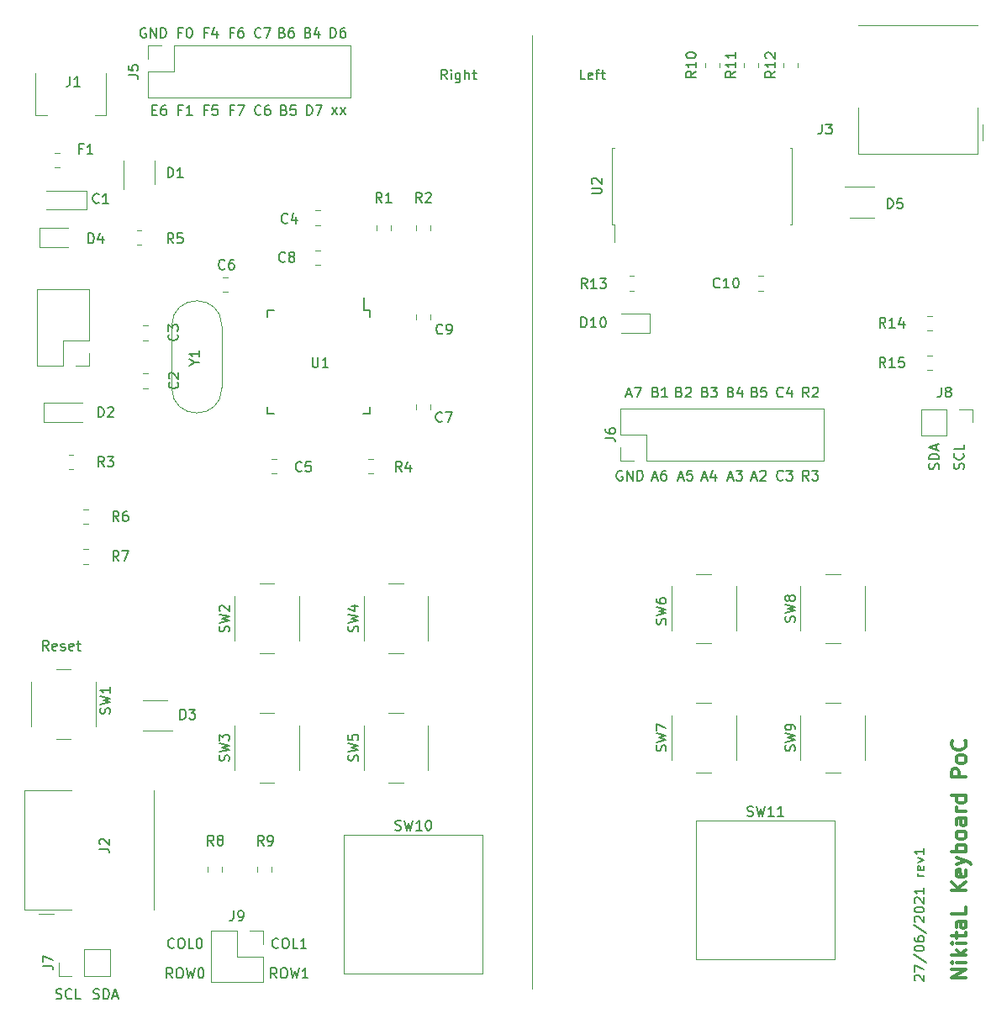
<source format=gto>
%TF.GenerationSoftware,KiCad,Pcbnew,5.1.10-1.fc34*%
%TF.CreationDate,2021-06-27T19:23:10+03:00*%
%TF.ProjectId,poc,706f632e-6b69-4636-9164-5f7063625858,rev?*%
%TF.SameCoordinates,Original*%
%TF.FileFunction,Legend,Top*%
%TF.FilePolarity,Positive*%
%FSLAX46Y46*%
G04 Gerber Fmt 4.6, Leading zero omitted, Abs format (unit mm)*
G04 Created by KiCad (PCBNEW 5.1.10-1.fc34) date 2021-06-27 19:23:10*
%MOMM*%
%LPD*%
G01*
G04 APERTURE LIST*
%ADD10C,0.150000*%
%ADD11C,0.300000*%
%ADD12C,0.120000*%
%ADD13O,1.700000X1.700000*%
%ADD14R,1.700000X1.700000*%
%ADD15R,1.400000X1.200000*%
%ADD16R,1.400000X1.000000*%
%ADD17C,2.000000*%
%ADD18C,1.700000*%
%ADD19C,4.000000*%
%ADD20C,2.200000*%
%ADD21C,2.500000*%
%ADD22C,1.520000*%
%ADD23R,1.520000X1.520000*%
%ADD24R,1.200000X1.400000*%
%ADD25R,1.000000X1.400000*%
%ADD26R,0.900000X1.200000*%
%ADD27R,1.100000X1.100000*%
%ADD28C,1.100000*%
%ADD29O,1.100000X2.400000*%
%ADD30R,0.550000X1.500000*%
%ADD31R,1.500000X0.550000*%
%ADD32C,1.500000*%
G04 APERTURE END LIST*
D10*
X160547619Y-152212023D02*
X160500000Y-152164404D01*
X160452380Y-152069166D01*
X160452380Y-151831071D01*
X160500000Y-151735833D01*
X160547619Y-151688214D01*
X160642857Y-151640595D01*
X160738095Y-151640595D01*
X160880952Y-151688214D01*
X161452380Y-152259642D01*
X161452380Y-151640595D01*
X160452380Y-151307261D02*
X160452380Y-150640595D01*
X161452380Y-151069166D01*
X160404761Y-149545357D02*
X161690476Y-150402500D01*
X160452380Y-149021547D02*
X160452380Y-148926309D01*
X160500000Y-148831071D01*
X160547619Y-148783452D01*
X160642857Y-148735833D01*
X160833333Y-148688214D01*
X161071428Y-148688214D01*
X161261904Y-148735833D01*
X161357142Y-148783452D01*
X161404761Y-148831071D01*
X161452380Y-148926309D01*
X161452380Y-149021547D01*
X161404761Y-149116785D01*
X161357142Y-149164404D01*
X161261904Y-149212023D01*
X161071428Y-149259642D01*
X160833333Y-149259642D01*
X160642857Y-149212023D01*
X160547619Y-149164404D01*
X160500000Y-149116785D01*
X160452380Y-149021547D01*
X160452380Y-147831071D02*
X160452380Y-148021547D01*
X160500000Y-148116785D01*
X160547619Y-148164404D01*
X160690476Y-148259642D01*
X160880952Y-148307261D01*
X161261904Y-148307261D01*
X161357142Y-148259642D01*
X161404761Y-148212023D01*
X161452380Y-148116785D01*
X161452380Y-147926309D01*
X161404761Y-147831071D01*
X161357142Y-147783452D01*
X161261904Y-147735833D01*
X161023809Y-147735833D01*
X160928571Y-147783452D01*
X160880952Y-147831071D01*
X160833333Y-147926309D01*
X160833333Y-148116785D01*
X160880952Y-148212023D01*
X160928571Y-148259642D01*
X161023809Y-148307261D01*
X160404761Y-146592976D02*
X161690476Y-147450119D01*
X160547619Y-146307261D02*
X160500000Y-146259642D01*
X160452380Y-146164404D01*
X160452380Y-145926309D01*
X160500000Y-145831071D01*
X160547619Y-145783452D01*
X160642857Y-145735833D01*
X160738095Y-145735833D01*
X160880952Y-145783452D01*
X161452380Y-146354880D01*
X161452380Y-145735833D01*
X160452380Y-145116785D02*
X160452380Y-145021547D01*
X160500000Y-144926309D01*
X160547619Y-144878690D01*
X160642857Y-144831071D01*
X160833333Y-144783452D01*
X161071428Y-144783452D01*
X161261904Y-144831071D01*
X161357142Y-144878690D01*
X161404761Y-144926309D01*
X161452380Y-145021547D01*
X161452380Y-145116785D01*
X161404761Y-145212023D01*
X161357142Y-145259642D01*
X161261904Y-145307261D01*
X161071428Y-145354880D01*
X160833333Y-145354880D01*
X160642857Y-145307261D01*
X160547619Y-145259642D01*
X160500000Y-145212023D01*
X160452380Y-145116785D01*
X160547619Y-144402500D02*
X160500000Y-144354880D01*
X160452380Y-144259642D01*
X160452380Y-144021547D01*
X160500000Y-143926309D01*
X160547619Y-143878690D01*
X160642857Y-143831071D01*
X160738095Y-143831071D01*
X160880952Y-143878690D01*
X161452380Y-144450119D01*
X161452380Y-143831071D01*
X161452380Y-142878690D02*
X161452380Y-143450119D01*
X161452380Y-143164404D02*
X160452380Y-143164404D01*
X160595238Y-143259642D01*
X160690476Y-143354880D01*
X160738095Y-143450119D01*
X161452380Y-141688214D02*
X160785714Y-141688214D01*
X160976190Y-141688214D02*
X160880952Y-141640595D01*
X160833333Y-141592976D01*
X160785714Y-141497738D01*
X160785714Y-141402500D01*
X161404761Y-140688214D02*
X161452380Y-140783452D01*
X161452380Y-140973928D01*
X161404761Y-141069166D01*
X161309523Y-141116785D01*
X160928571Y-141116785D01*
X160833333Y-141069166D01*
X160785714Y-140973928D01*
X160785714Y-140783452D01*
X160833333Y-140688214D01*
X160928571Y-140640595D01*
X161023809Y-140640595D01*
X161119047Y-141116785D01*
X160785714Y-140307261D02*
X161452380Y-140069166D01*
X160785714Y-139831071D01*
X161452380Y-138926309D02*
X161452380Y-139497738D01*
X161452380Y-139212023D02*
X160452380Y-139212023D01*
X160595238Y-139307261D01*
X160690476Y-139402500D01*
X160738095Y-139497738D01*
D11*
X165678571Y-151947857D02*
X164178571Y-151947857D01*
X165678571Y-151090714D01*
X164178571Y-151090714D01*
X165678571Y-150376428D02*
X164678571Y-150376428D01*
X164178571Y-150376428D02*
X164250000Y-150447857D01*
X164321428Y-150376428D01*
X164250000Y-150305000D01*
X164178571Y-150376428D01*
X164321428Y-150376428D01*
X165678571Y-149662142D02*
X164178571Y-149662142D01*
X165107142Y-149519285D02*
X165678571Y-149090714D01*
X164678571Y-149090714D02*
X165250000Y-149662142D01*
X165678571Y-148447857D02*
X164678571Y-148447857D01*
X164178571Y-148447857D02*
X164250000Y-148519285D01*
X164321428Y-148447857D01*
X164250000Y-148376428D01*
X164178571Y-148447857D01*
X164321428Y-148447857D01*
X164678571Y-147947857D02*
X164678571Y-147376428D01*
X164178571Y-147733571D02*
X165464285Y-147733571D01*
X165607142Y-147662142D01*
X165678571Y-147519285D01*
X165678571Y-147376428D01*
X165678571Y-146233571D02*
X164892857Y-146233571D01*
X164750000Y-146305000D01*
X164678571Y-146447857D01*
X164678571Y-146733571D01*
X164750000Y-146876428D01*
X165607142Y-146233571D02*
X165678571Y-146376428D01*
X165678571Y-146733571D01*
X165607142Y-146876428D01*
X165464285Y-146947857D01*
X165321428Y-146947857D01*
X165178571Y-146876428D01*
X165107142Y-146733571D01*
X165107142Y-146376428D01*
X165035714Y-146233571D01*
X165678571Y-144805000D02*
X165678571Y-145519285D01*
X164178571Y-145519285D01*
X165678571Y-143162142D02*
X164178571Y-143162142D01*
X165678571Y-142305000D02*
X164821428Y-142947857D01*
X164178571Y-142305000D02*
X165035714Y-143162142D01*
X165607142Y-141090714D02*
X165678571Y-141233571D01*
X165678571Y-141519285D01*
X165607142Y-141662142D01*
X165464285Y-141733571D01*
X164892857Y-141733571D01*
X164750000Y-141662142D01*
X164678571Y-141519285D01*
X164678571Y-141233571D01*
X164750000Y-141090714D01*
X164892857Y-141019285D01*
X165035714Y-141019285D01*
X165178571Y-141733571D01*
X164678571Y-140519285D02*
X165678571Y-140162142D01*
X164678571Y-139805000D02*
X165678571Y-140162142D01*
X166035714Y-140305000D01*
X166107142Y-140376428D01*
X166178571Y-140519285D01*
X165678571Y-139233571D02*
X164178571Y-139233571D01*
X164750000Y-139233571D02*
X164678571Y-139090714D01*
X164678571Y-138805000D01*
X164750000Y-138662142D01*
X164821428Y-138590714D01*
X164964285Y-138519285D01*
X165392857Y-138519285D01*
X165535714Y-138590714D01*
X165607142Y-138662142D01*
X165678571Y-138805000D01*
X165678571Y-139090714D01*
X165607142Y-139233571D01*
X165678571Y-137662142D02*
X165607142Y-137805000D01*
X165535714Y-137876428D01*
X165392857Y-137947857D01*
X164964285Y-137947857D01*
X164821428Y-137876428D01*
X164750000Y-137805000D01*
X164678571Y-137662142D01*
X164678571Y-137447857D01*
X164750000Y-137305000D01*
X164821428Y-137233571D01*
X164964285Y-137162142D01*
X165392857Y-137162142D01*
X165535714Y-137233571D01*
X165607142Y-137305000D01*
X165678571Y-137447857D01*
X165678571Y-137662142D01*
X165678571Y-135876428D02*
X164892857Y-135876428D01*
X164750000Y-135947857D01*
X164678571Y-136090714D01*
X164678571Y-136376428D01*
X164750000Y-136519285D01*
X165607142Y-135876428D02*
X165678571Y-136019285D01*
X165678571Y-136376428D01*
X165607142Y-136519285D01*
X165464285Y-136590714D01*
X165321428Y-136590714D01*
X165178571Y-136519285D01*
X165107142Y-136376428D01*
X165107142Y-136019285D01*
X165035714Y-135876428D01*
X165678571Y-135162142D02*
X164678571Y-135162142D01*
X164964285Y-135162142D02*
X164821428Y-135090714D01*
X164750000Y-135019285D01*
X164678571Y-134876428D01*
X164678571Y-134733571D01*
X165678571Y-133590714D02*
X164178571Y-133590714D01*
X165607142Y-133590714D02*
X165678571Y-133733571D01*
X165678571Y-134019285D01*
X165607142Y-134162142D01*
X165535714Y-134233571D01*
X165392857Y-134305000D01*
X164964285Y-134305000D01*
X164821428Y-134233571D01*
X164750000Y-134162142D01*
X164678571Y-134019285D01*
X164678571Y-133733571D01*
X164750000Y-133590714D01*
X165678571Y-131733571D02*
X164178571Y-131733571D01*
X164178571Y-131162142D01*
X164250000Y-131019285D01*
X164321428Y-130947857D01*
X164464285Y-130876428D01*
X164678571Y-130876428D01*
X164821428Y-130947857D01*
X164892857Y-131019285D01*
X164964285Y-131162142D01*
X164964285Y-131733571D01*
X165678571Y-130019285D02*
X165607142Y-130162142D01*
X165535714Y-130233571D01*
X165392857Y-130305000D01*
X164964285Y-130305000D01*
X164821428Y-130233571D01*
X164750000Y-130162142D01*
X164678571Y-130019285D01*
X164678571Y-129805000D01*
X164750000Y-129662142D01*
X164821428Y-129590714D01*
X164964285Y-129519285D01*
X165392857Y-129519285D01*
X165535714Y-129590714D01*
X165607142Y-129662142D01*
X165678571Y-129805000D01*
X165678571Y-130019285D01*
X165535714Y-128019285D02*
X165607142Y-128090714D01*
X165678571Y-128305000D01*
X165678571Y-128447857D01*
X165607142Y-128662142D01*
X165464285Y-128805000D01*
X165321428Y-128876428D01*
X165035714Y-128947857D01*
X164821428Y-128947857D01*
X164535714Y-128876428D01*
X164392857Y-128805000D01*
X164250000Y-128662142D01*
X164178571Y-128447857D01*
X164178571Y-128305000D01*
X164250000Y-128090714D01*
X164321428Y-128019285D01*
D10*
X96404761Y-148857142D02*
X96357142Y-148904761D01*
X96214285Y-148952380D01*
X96119047Y-148952380D01*
X95976190Y-148904761D01*
X95880952Y-148809523D01*
X95833333Y-148714285D01*
X95785714Y-148523809D01*
X95785714Y-148380952D01*
X95833333Y-148190476D01*
X95880952Y-148095238D01*
X95976190Y-148000000D01*
X96119047Y-147952380D01*
X96214285Y-147952380D01*
X96357142Y-148000000D01*
X96404761Y-148047619D01*
X97023809Y-147952380D02*
X97214285Y-147952380D01*
X97309523Y-148000000D01*
X97404761Y-148095238D01*
X97452380Y-148285714D01*
X97452380Y-148619047D01*
X97404761Y-148809523D01*
X97309523Y-148904761D01*
X97214285Y-148952380D01*
X97023809Y-148952380D01*
X96928571Y-148904761D01*
X96833333Y-148809523D01*
X96785714Y-148619047D01*
X96785714Y-148285714D01*
X96833333Y-148095238D01*
X96928571Y-148000000D01*
X97023809Y-147952380D01*
X98357142Y-148952380D02*
X97880952Y-148952380D01*
X97880952Y-147952380D01*
X99214285Y-148952380D02*
X98642857Y-148952380D01*
X98928571Y-148952380D02*
X98928571Y-147952380D01*
X98833333Y-148095238D01*
X98738095Y-148190476D01*
X98642857Y-148238095D01*
X85902500Y-148857142D02*
X85854880Y-148904761D01*
X85712023Y-148952380D01*
X85616785Y-148952380D01*
X85473928Y-148904761D01*
X85378690Y-148809523D01*
X85331071Y-148714285D01*
X85283452Y-148523809D01*
X85283452Y-148380952D01*
X85331071Y-148190476D01*
X85378690Y-148095238D01*
X85473928Y-148000000D01*
X85616785Y-147952380D01*
X85712023Y-147952380D01*
X85854880Y-148000000D01*
X85902500Y-148047619D01*
X86521547Y-147952380D02*
X86712023Y-147952380D01*
X86807261Y-148000000D01*
X86902500Y-148095238D01*
X86950119Y-148285714D01*
X86950119Y-148619047D01*
X86902500Y-148809523D01*
X86807261Y-148904761D01*
X86712023Y-148952380D01*
X86521547Y-148952380D01*
X86426309Y-148904761D01*
X86331071Y-148809523D01*
X86283452Y-148619047D01*
X86283452Y-148285714D01*
X86331071Y-148095238D01*
X86426309Y-148000000D01*
X86521547Y-147952380D01*
X87854880Y-148952380D02*
X87378690Y-148952380D01*
X87378690Y-147952380D01*
X88378690Y-147952380D02*
X88473928Y-147952380D01*
X88569166Y-148000000D01*
X88616785Y-148047619D01*
X88664404Y-148142857D01*
X88712023Y-148333333D01*
X88712023Y-148571428D01*
X88664404Y-148761904D01*
X88616785Y-148857142D01*
X88569166Y-148904761D01*
X88473928Y-148952380D01*
X88378690Y-148952380D01*
X88283452Y-148904761D01*
X88235833Y-148857142D01*
X88188214Y-148761904D01*
X88140595Y-148571428D01*
X88140595Y-148333333D01*
X88188214Y-148142857D01*
X88235833Y-148047619D01*
X88283452Y-148000000D01*
X88378690Y-147952380D01*
X96238095Y-151952380D02*
X95904761Y-151476190D01*
X95666666Y-151952380D02*
X95666666Y-150952380D01*
X96047619Y-150952380D01*
X96142857Y-151000000D01*
X96190476Y-151047619D01*
X96238095Y-151142857D01*
X96238095Y-151285714D01*
X96190476Y-151380952D01*
X96142857Y-151428571D01*
X96047619Y-151476190D01*
X95666666Y-151476190D01*
X96857142Y-150952380D02*
X97047619Y-150952380D01*
X97142857Y-151000000D01*
X97238095Y-151095238D01*
X97285714Y-151285714D01*
X97285714Y-151619047D01*
X97238095Y-151809523D01*
X97142857Y-151904761D01*
X97047619Y-151952380D01*
X96857142Y-151952380D01*
X96761904Y-151904761D01*
X96666666Y-151809523D01*
X96619047Y-151619047D01*
X96619047Y-151285714D01*
X96666666Y-151095238D01*
X96761904Y-151000000D01*
X96857142Y-150952380D01*
X97619047Y-150952380D02*
X97857142Y-151952380D01*
X98047619Y-151238095D01*
X98238095Y-151952380D01*
X98476190Y-150952380D01*
X99380952Y-151952380D02*
X98809523Y-151952380D01*
X99095238Y-151952380D02*
X99095238Y-150952380D01*
X99000000Y-151095238D01*
X98904761Y-151190476D01*
X98809523Y-151238095D01*
X85738095Y-151952380D02*
X85404761Y-151476190D01*
X85166666Y-151952380D02*
X85166666Y-150952380D01*
X85547619Y-150952380D01*
X85642857Y-151000000D01*
X85690476Y-151047619D01*
X85738095Y-151142857D01*
X85738095Y-151285714D01*
X85690476Y-151380952D01*
X85642857Y-151428571D01*
X85547619Y-151476190D01*
X85166666Y-151476190D01*
X86357142Y-150952380D02*
X86547619Y-150952380D01*
X86642857Y-151000000D01*
X86738095Y-151095238D01*
X86785714Y-151285714D01*
X86785714Y-151619047D01*
X86738095Y-151809523D01*
X86642857Y-151904761D01*
X86547619Y-151952380D01*
X86357142Y-151952380D01*
X86261904Y-151904761D01*
X86166666Y-151809523D01*
X86119047Y-151619047D01*
X86119047Y-151285714D01*
X86166666Y-151095238D01*
X86261904Y-151000000D01*
X86357142Y-150952380D01*
X87119047Y-150952380D02*
X87357142Y-151952380D01*
X87547619Y-151238095D01*
X87738095Y-151952380D01*
X87976190Y-150952380D01*
X88547619Y-150952380D02*
X88642857Y-150952380D01*
X88738095Y-151000000D01*
X88785714Y-151047619D01*
X88833333Y-151142857D01*
X88880952Y-151333333D01*
X88880952Y-151571428D01*
X88833333Y-151761904D01*
X88785714Y-151857142D01*
X88738095Y-151904761D01*
X88642857Y-151952380D01*
X88547619Y-151952380D01*
X88452380Y-151904761D01*
X88404761Y-151857142D01*
X88357142Y-151761904D01*
X88309523Y-151571428D01*
X88309523Y-151333333D01*
X88357142Y-151142857D01*
X88404761Y-151047619D01*
X88452380Y-151000000D01*
X88547619Y-150952380D01*
X73261904Y-118952380D02*
X72928571Y-118476190D01*
X72690476Y-118952380D02*
X72690476Y-117952380D01*
X73071428Y-117952380D01*
X73166666Y-118000000D01*
X73214285Y-118047619D01*
X73261904Y-118142857D01*
X73261904Y-118285714D01*
X73214285Y-118380952D01*
X73166666Y-118428571D01*
X73071428Y-118476190D01*
X72690476Y-118476190D01*
X74071428Y-118904761D02*
X73976190Y-118952380D01*
X73785714Y-118952380D01*
X73690476Y-118904761D01*
X73642857Y-118809523D01*
X73642857Y-118428571D01*
X73690476Y-118333333D01*
X73785714Y-118285714D01*
X73976190Y-118285714D01*
X74071428Y-118333333D01*
X74119047Y-118428571D01*
X74119047Y-118523809D01*
X73642857Y-118619047D01*
X74500000Y-118904761D02*
X74595238Y-118952380D01*
X74785714Y-118952380D01*
X74880952Y-118904761D01*
X74928571Y-118809523D01*
X74928571Y-118761904D01*
X74880952Y-118666666D01*
X74785714Y-118619047D01*
X74642857Y-118619047D01*
X74547619Y-118571428D01*
X74500000Y-118476190D01*
X74500000Y-118428571D01*
X74547619Y-118333333D01*
X74642857Y-118285714D01*
X74785714Y-118285714D01*
X74880952Y-118333333D01*
X75738095Y-118904761D02*
X75642857Y-118952380D01*
X75452380Y-118952380D01*
X75357142Y-118904761D01*
X75309523Y-118809523D01*
X75309523Y-118428571D01*
X75357142Y-118333333D01*
X75452380Y-118285714D01*
X75642857Y-118285714D01*
X75738095Y-118333333D01*
X75785714Y-118428571D01*
X75785714Y-118523809D01*
X75309523Y-118619047D01*
X76071428Y-118285714D02*
X76452380Y-118285714D01*
X76214285Y-117952380D02*
X76214285Y-118809523D01*
X76261904Y-118904761D01*
X76357142Y-118952380D01*
X76452380Y-118952380D01*
X162904761Y-100714285D02*
X162952380Y-100571428D01*
X162952380Y-100333333D01*
X162904761Y-100238095D01*
X162857142Y-100190476D01*
X162761904Y-100142857D01*
X162666666Y-100142857D01*
X162571428Y-100190476D01*
X162523809Y-100238095D01*
X162476190Y-100333333D01*
X162428571Y-100523809D01*
X162380952Y-100619047D01*
X162333333Y-100666666D01*
X162238095Y-100714285D01*
X162142857Y-100714285D01*
X162047619Y-100666666D01*
X162000000Y-100619047D01*
X161952380Y-100523809D01*
X161952380Y-100285714D01*
X162000000Y-100142857D01*
X162952380Y-99714285D02*
X161952380Y-99714285D01*
X161952380Y-99476190D01*
X162000000Y-99333333D01*
X162095238Y-99238095D01*
X162190476Y-99190476D01*
X162380952Y-99142857D01*
X162523809Y-99142857D01*
X162714285Y-99190476D01*
X162809523Y-99238095D01*
X162904761Y-99333333D01*
X162952380Y-99476190D01*
X162952380Y-99714285D01*
X162666666Y-98761904D02*
X162666666Y-98285714D01*
X162952380Y-98857142D02*
X161952380Y-98523809D01*
X162952380Y-98190476D01*
X165404761Y-100690476D02*
X165452380Y-100547619D01*
X165452380Y-100309523D01*
X165404761Y-100214285D01*
X165357142Y-100166666D01*
X165261904Y-100119047D01*
X165166666Y-100119047D01*
X165071428Y-100166666D01*
X165023809Y-100214285D01*
X164976190Y-100309523D01*
X164928571Y-100500000D01*
X164880952Y-100595238D01*
X164833333Y-100642857D01*
X164738095Y-100690476D01*
X164642857Y-100690476D01*
X164547619Y-100642857D01*
X164500000Y-100595238D01*
X164452380Y-100500000D01*
X164452380Y-100261904D01*
X164500000Y-100119047D01*
X165357142Y-99119047D02*
X165404761Y-99166666D01*
X165452380Y-99309523D01*
X165452380Y-99404761D01*
X165404761Y-99547619D01*
X165309523Y-99642857D01*
X165214285Y-99690476D01*
X165023809Y-99738095D01*
X164880952Y-99738095D01*
X164690476Y-99690476D01*
X164595238Y-99642857D01*
X164500000Y-99547619D01*
X164452380Y-99404761D01*
X164452380Y-99309523D01*
X164500000Y-99166666D01*
X164547619Y-99119047D01*
X165452380Y-98214285D02*
X165452380Y-98690476D01*
X164452380Y-98690476D01*
X131485714Y-93166666D02*
X131961904Y-93166666D01*
X131390476Y-93452380D02*
X131723809Y-92452380D01*
X132057142Y-93452380D01*
X132295238Y-92452380D02*
X132961904Y-92452380D01*
X132533333Y-93452380D01*
X134395238Y-92928571D02*
X134538095Y-92976190D01*
X134585714Y-93023809D01*
X134633333Y-93119047D01*
X134633333Y-93261904D01*
X134585714Y-93357142D01*
X134538095Y-93404761D01*
X134442857Y-93452380D01*
X134061904Y-93452380D01*
X134061904Y-92452380D01*
X134395238Y-92452380D01*
X134490476Y-92500000D01*
X134538095Y-92547619D01*
X134585714Y-92642857D01*
X134585714Y-92738095D01*
X134538095Y-92833333D01*
X134490476Y-92880952D01*
X134395238Y-92928571D01*
X134061904Y-92928571D01*
X135585714Y-93452380D02*
X135014285Y-93452380D01*
X135300000Y-93452380D02*
X135300000Y-92452380D01*
X135204761Y-92595238D01*
X135109523Y-92690476D01*
X135014285Y-92738095D01*
X136795238Y-92928571D02*
X136938095Y-92976190D01*
X136985714Y-93023809D01*
X137033333Y-93119047D01*
X137033333Y-93261904D01*
X136985714Y-93357142D01*
X136938095Y-93404761D01*
X136842857Y-93452380D01*
X136461904Y-93452380D01*
X136461904Y-92452380D01*
X136795238Y-92452380D01*
X136890476Y-92500000D01*
X136938095Y-92547619D01*
X136985714Y-92642857D01*
X136985714Y-92738095D01*
X136938095Y-92833333D01*
X136890476Y-92880952D01*
X136795238Y-92928571D01*
X136461904Y-92928571D01*
X137414285Y-92547619D02*
X137461904Y-92500000D01*
X137557142Y-92452380D01*
X137795238Y-92452380D01*
X137890476Y-92500000D01*
X137938095Y-92547619D01*
X137985714Y-92642857D01*
X137985714Y-92738095D01*
X137938095Y-92880952D01*
X137366666Y-93452380D01*
X137985714Y-93452380D01*
X139395238Y-92928571D02*
X139538095Y-92976190D01*
X139585714Y-93023809D01*
X139633333Y-93119047D01*
X139633333Y-93261904D01*
X139585714Y-93357142D01*
X139538095Y-93404761D01*
X139442857Y-93452380D01*
X139061904Y-93452380D01*
X139061904Y-92452380D01*
X139395238Y-92452380D01*
X139490476Y-92500000D01*
X139538095Y-92547619D01*
X139585714Y-92642857D01*
X139585714Y-92738095D01*
X139538095Y-92833333D01*
X139490476Y-92880952D01*
X139395238Y-92928571D01*
X139061904Y-92928571D01*
X139966666Y-92452380D02*
X140585714Y-92452380D01*
X140252380Y-92833333D01*
X140395238Y-92833333D01*
X140490476Y-92880952D01*
X140538095Y-92928571D01*
X140585714Y-93023809D01*
X140585714Y-93261904D01*
X140538095Y-93357142D01*
X140490476Y-93404761D01*
X140395238Y-93452380D01*
X140109523Y-93452380D01*
X140014285Y-93404761D01*
X139966666Y-93357142D01*
X141995238Y-92928571D02*
X142138095Y-92976190D01*
X142185714Y-93023809D01*
X142233333Y-93119047D01*
X142233333Y-93261904D01*
X142185714Y-93357142D01*
X142138095Y-93404761D01*
X142042857Y-93452380D01*
X141661904Y-93452380D01*
X141661904Y-92452380D01*
X141995238Y-92452380D01*
X142090476Y-92500000D01*
X142138095Y-92547619D01*
X142185714Y-92642857D01*
X142185714Y-92738095D01*
X142138095Y-92833333D01*
X142090476Y-92880952D01*
X141995238Y-92928571D01*
X141661904Y-92928571D01*
X143090476Y-92785714D02*
X143090476Y-93452380D01*
X142852380Y-92404761D02*
X142614285Y-93119047D01*
X143233333Y-93119047D01*
X144395238Y-92928571D02*
X144538095Y-92976190D01*
X144585714Y-93023809D01*
X144633333Y-93119047D01*
X144633333Y-93261904D01*
X144585714Y-93357142D01*
X144538095Y-93404761D01*
X144442857Y-93452380D01*
X144061904Y-93452380D01*
X144061904Y-92452380D01*
X144395238Y-92452380D01*
X144490476Y-92500000D01*
X144538095Y-92547619D01*
X144585714Y-92642857D01*
X144585714Y-92738095D01*
X144538095Y-92833333D01*
X144490476Y-92880952D01*
X144395238Y-92928571D01*
X144061904Y-92928571D01*
X145538095Y-92452380D02*
X145061904Y-92452380D01*
X145014285Y-92928571D01*
X145061904Y-92880952D01*
X145157142Y-92833333D01*
X145395238Y-92833333D01*
X145490476Y-92880952D01*
X145538095Y-92928571D01*
X145585714Y-93023809D01*
X145585714Y-93261904D01*
X145538095Y-93357142D01*
X145490476Y-93404761D01*
X145395238Y-93452380D01*
X145157142Y-93452380D01*
X145061904Y-93404761D01*
X145014285Y-93357142D01*
X147233333Y-93357142D02*
X147185714Y-93404761D01*
X147042857Y-93452380D01*
X146947619Y-93452380D01*
X146804761Y-93404761D01*
X146709523Y-93309523D01*
X146661904Y-93214285D01*
X146614285Y-93023809D01*
X146614285Y-92880952D01*
X146661904Y-92690476D01*
X146709523Y-92595238D01*
X146804761Y-92500000D01*
X146947619Y-92452380D01*
X147042857Y-92452380D01*
X147185714Y-92500000D01*
X147233333Y-92547619D01*
X148090476Y-92785714D02*
X148090476Y-93452380D01*
X147852380Y-92404761D02*
X147614285Y-93119047D01*
X148233333Y-93119047D01*
X149833333Y-93452380D02*
X149500000Y-92976190D01*
X149261904Y-93452380D02*
X149261904Y-92452380D01*
X149642857Y-92452380D01*
X149738095Y-92500000D01*
X149785714Y-92547619D01*
X149833333Y-92642857D01*
X149833333Y-92785714D01*
X149785714Y-92880952D01*
X149738095Y-92928571D01*
X149642857Y-92976190D01*
X149261904Y-92976190D01*
X150214285Y-92547619D02*
X150261904Y-92500000D01*
X150357142Y-92452380D01*
X150595238Y-92452380D01*
X150690476Y-92500000D01*
X150738095Y-92547619D01*
X150785714Y-92642857D01*
X150785714Y-92738095D01*
X150738095Y-92880952D01*
X150166666Y-93452380D01*
X150785714Y-93452380D01*
X149833333Y-101852380D02*
X149500000Y-101376190D01*
X149261904Y-101852380D02*
X149261904Y-100852380D01*
X149642857Y-100852380D01*
X149738095Y-100900000D01*
X149785714Y-100947619D01*
X149833333Y-101042857D01*
X149833333Y-101185714D01*
X149785714Y-101280952D01*
X149738095Y-101328571D01*
X149642857Y-101376190D01*
X149261904Y-101376190D01*
X150166666Y-100852380D02*
X150785714Y-100852380D01*
X150452380Y-101233333D01*
X150595238Y-101233333D01*
X150690476Y-101280952D01*
X150738095Y-101328571D01*
X150785714Y-101423809D01*
X150785714Y-101661904D01*
X150738095Y-101757142D01*
X150690476Y-101804761D01*
X150595238Y-101852380D01*
X150309523Y-101852380D01*
X150214285Y-101804761D01*
X150166666Y-101757142D01*
X147233333Y-101757142D02*
X147185714Y-101804761D01*
X147042857Y-101852380D01*
X146947619Y-101852380D01*
X146804761Y-101804761D01*
X146709523Y-101709523D01*
X146661904Y-101614285D01*
X146614285Y-101423809D01*
X146614285Y-101280952D01*
X146661904Y-101090476D01*
X146709523Y-100995238D01*
X146804761Y-100900000D01*
X146947619Y-100852380D01*
X147042857Y-100852380D01*
X147185714Y-100900000D01*
X147233333Y-100947619D01*
X147566666Y-100852380D02*
X148185714Y-100852380D01*
X147852380Y-101233333D01*
X147995238Y-101233333D01*
X148090476Y-101280952D01*
X148138095Y-101328571D01*
X148185714Y-101423809D01*
X148185714Y-101661904D01*
X148138095Y-101757142D01*
X148090476Y-101804761D01*
X147995238Y-101852380D01*
X147709523Y-101852380D01*
X147614285Y-101804761D01*
X147566666Y-101757142D01*
X144085714Y-101566666D02*
X144561904Y-101566666D01*
X143990476Y-101852380D02*
X144323809Y-100852380D01*
X144657142Y-101852380D01*
X144942857Y-100947619D02*
X144990476Y-100900000D01*
X145085714Y-100852380D01*
X145323809Y-100852380D01*
X145419047Y-100900000D01*
X145466666Y-100947619D01*
X145514285Y-101042857D01*
X145514285Y-101138095D01*
X145466666Y-101280952D01*
X144895238Y-101852380D01*
X145514285Y-101852380D01*
X141685714Y-101566666D02*
X142161904Y-101566666D01*
X141590476Y-101852380D02*
X141923809Y-100852380D01*
X142257142Y-101852380D01*
X142495238Y-100852380D02*
X143114285Y-100852380D01*
X142780952Y-101233333D01*
X142923809Y-101233333D01*
X143019047Y-101280952D01*
X143066666Y-101328571D01*
X143114285Y-101423809D01*
X143114285Y-101661904D01*
X143066666Y-101757142D01*
X143019047Y-101804761D01*
X142923809Y-101852380D01*
X142638095Y-101852380D01*
X142542857Y-101804761D01*
X142495238Y-101757142D01*
X139085714Y-101566666D02*
X139561904Y-101566666D01*
X138990476Y-101852380D02*
X139323809Y-100852380D01*
X139657142Y-101852380D01*
X140419047Y-101185714D02*
X140419047Y-101852380D01*
X140180952Y-100804761D02*
X139942857Y-101519047D01*
X140561904Y-101519047D01*
X136685714Y-101566666D02*
X137161904Y-101566666D01*
X136590476Y-101852380D02*
X136923809Y-100852380D01*
X137257142Y-101852380D01*
X138066666Y-100852380D02*
X137590476Y-100852380D01*
X137542857Y-101328571D01*
X137590476Y-101280952D01*
X137685714Y-101233333D01*
X137923809Y-101233333D01*
X138019047Y-101280952D01*
X138066666Y-101328571D01*
X138114285Y-101423809D01*
X138114285Y-101661904D01*
X138066666Y-101757142D01*
X138019047Y-101804761D01*
X137923809Y-101852380D01*
X137685714Y-101852380D01*
X137590476Y-101804761D01*
X137542857Y-101757142D01*
X134085714Y-101566666D02*
X134561904Y-101566666D01*
X133990476Y-101852380D02*
X134323809Y-100852380D01*
X134657142Y-101852380D01*
X135419047Y-100852380D02*
X135228571Y-100852380D01*
X135133333Y-100900000D01*
X135085714Y-100947619D01*
X134990476Y-101090476D01*
X134942857Y-101280952D01*
X134942857Y-101661904D01*
X134990476Y-101757142D01*
X135038095Y-101804761D01*
X135133333Y-101852380D01*
X135323809Y-101852380D01*
X135419047Y-101804761D01*
X135466666Y-101757142D01*
X135514285Y-101661904D01*
X135514285Y-101423809D01*
X135466666Y-101328571D01*
X135419047Y-101280952D01*
X135323809Y-101233333D01*
X135133333Y-101233333D01*
X135038095Y-101280952D01*
X134990476Y-101328571D01*
X134942857Y-101423809D01*
X131038095Y-100900000D02*
X130942857Y-100852380D01*
X130800000Y-100852380D01*
X130657142Y-100900000D01*
X130561904Y-100995238D01*
X130514285Y-101090476D01*
X130466666Y-101280952D01*
X130466666Y-101423809D01*
X130514285Y-101614285D01*
X130561904Y-101709523D01*
X130657142Y-101804761D01*
X130800000Y-101852380D01*
X130895238Y-101852380D01*
X131038095Y-101804761D01*
X131085714Y-101757142D01*
X131085714Y-101423809D01*
X130895238Y-101423809D01*
X131514285Y-101852380D02*
X131514285Y-100852380D01*
X132085714Y-101852380D01*
X132085714Y-100852380D01*
X132561904Y-101852380D02*
X132561904Y-100852380D01*
X132800000Y-100852380D01*
X132942857Y-100900000D01*
X133038095Y-100995238D01*
X133085714Y-101090476D01*
X133133333Y-101280952D01*
X133133333Y-101423809D01*
X133085714Y-101614285D01*
X133038095Y-101709523D01*
X132942857Y-101804761D01*
X132800000Y-101852380D01*
X132561904Y-101852380D01*
X101833333Y-64952380D02*
X102357142Y-64285714D01*
X101833333Y-64285714D02*
X102357142Y-64952380D01*
X102642857Y-64952380D02*
X103166666Y-64285714D01*
X102642857Y-64285714D02*
X103166666Y-64952380D01*
X99261904Y-65052380D02*
X99261904Y-64052380D01*
X99500000Y-64052380D01*
X99642857Y-64100000D01*
X99738095Y-64195238D01*
X99785714Y-64290476D01*
X99833333Y-64480952D01*
X99833333Y-64623809D01*
X99785714Y-64814285D01*
X99738095Y-64909523D01*
X99642857Y-65004761D01*
X99500000Y-65052380D01*
X99261904Y-65052380D01*
X100166666Y-64052380D02*
X100833333Y-64052380D01*
X100404761Y-65052380D01*
X96995238Y-64528571D02*
X97138095Y-64576190D01*
X97185714Y-64623809D01*
X97233333Y-64719047D01*
X97233333Y-64861904D01*
X97185714Y-64957142D01*
X97138095Y-65004761D01*
X97042857Y-65052380D01*
X96661904Y-65052380D01*
X96661904Y-64052380D01*
X96995238Y-64052380D01*
X97090476Y-64100000D01*
X97138095Y-64147619D01*
X97185714Y-64242857D01*
X97185714Y-64338095D01*
X97138095Y-64433333D01*
X97090476Y-64480952D01*
X96995238Y-64528571D01*
X96661904Y-64528571D01*
X98138095Y-64052380D02*
X97661904Y-64052380D01*
X97614285Y-64528571D01*
X97661904Y-64480952D01*
X97757142Y-64433333D01*
X97995238Y-64433333D01*
X98090476Y-64480952D01*
X98138095Y-64528571D01*
X98185714Y-64623809D01*
X98185714Y-64861904D01*
X98138095Y-64957142D01*
X98090476Y-65004761D01*
X97995238Y-65052380D01*
X97757142Y-65052380D01*
X97661904Y-65004761D01*
X97614285Y-64957142D01*
X94633333Y-64957142D02*
X94585714Y-65004761D01*
X94442857Y-65052380D01*
X94347619Y-65052380D01*
X94204761Y-65004761D01*
X94109523Y-64909523D01*
X94061904Y-64814285D01*
X94014285Y-64623809D01*
X94014285Y-64480952D01*
X94061904Y-64290476D01*
X94109523Y-64195238D01*
X94204761Y-64100000D01*
X94347619Y-64052380D01*
X94442857Y-64052380D01*
X94585714Y-64100000D01*
X94633333Y-64147619D01*
X95490476Y-64052380D02*
X95300000Y-64052380D01*
X95204761Y-64100000D01*
X95157142Y-64147619D01*
X95061904Y-64290476D01*
X95014285Y-64480952D01*
X95014285Y-64861904D01*
X95061904Y-64957142D01*
X95109523Y-65004761D01*
X95204761Y-65052380D01*
X95395238Y-65052380D01*
X95490476Y-65004761D01*
X95538095Y-64957142D01*
X95585714Y-64861904D01*
X95585714Y-64623809D01*
X95538095Y-64528571D01*
X95490476Y-64480952D01*
X95395238Y-64433333D01*
X95204761Y-64433333D01*
X95109523Y-64480952D01*
X95061904Y-64528571D01*
X95014285Y-64623809D01*
X91866666Y-64528571D02*
X91533333Y-64528571D01*
X91533333Y-65052380D02*
X91533333Y-64052380D01*
X92009523Y-64052380D01*
X92295238Y-64052380D02*
X92961904Y-64052380D01*
X92533333Y-65052380D01*
X89266666Y-64528571D02*
X88933333Y-64528571D01*
X88933333Y-65052380D02*
X88933333Y-64052380D01*
X89409523Y-64052380D01*
X90266666Y-64052380D02*
X89790476Y-64052380D01*
X89742857Y-64528571D01*
X89790476Y-64480952D01*
X89885714Y-64433333D01*
X90123809Y-64433333D01*
X90219047Y-64480952D01*
X90266666Y-64528571D01*
X90314285Y-64623809D01*
X90314285Y-64861904D01*
X90266666Y-64957142D01*
X90219047Y-65004761D01*
X90123809Y-65052380D01*
X89885714Y-65052380D01*
X89790476Y-65004761D01*
X89742857Y-64957142D01*
X86666666Y-64528571D02*
X86333333Y-64528571D01*
X86333333Y-65052380D02*
X86333333Y-64052380D01*
X86809523Y-64052380D01*
X87714285Y-65052380D02*
X87142857Y-65052380D01*
X87428571Y-65052380D02*
X87428571Y-64052380D01*
X87333333Y-64195238D01*
X87238095Y-64290476D01*
X87142857Y-64338095D01*
X83709523Y-64528571D02*
X84042857Y-64528571D01*
X84185714Y-65052380D02*
X83709523Y-65052380D01*
X83709523Y-64052380D01*
X84185714Y-64052380D01*
X85042857Y-64052380D02*
X84852380Y-64052380D01*
X84757142Y-64100000D01*
X84709523Y-64147619D01*
X84614285Y-64290476D01*
X84566666Y-64480952D01*
X84566666Y-64861904D01*
X84614285Y-64957142D01*
X84661904Y-65004761D01*
X84757142Y-65052380D01*
X84947619Y-65052380D01*
X85042857Y-65004761D01*
X85090476Y-64957142D01*
X85138095Y-64861904D01*
X85138095Y-64623809D01*
X85090476Y-64528571D01*
X85042857Y-64480952D01*
X84947619Y-64433333D01*
X84757142Y-64433333D01*
X84661904Y-64480952D01*
X84614285Y-64528571D01*
X84566666Y-64623809D01*
X101661904Y-57252380D02*
X101661904Y-56252380D01*
X101900000Y-56252380D01*
X102042857Y-56300000D01*
X102138095Y-56395238D01*
X102185714Y-56490476D01*
X102233333Y-56680952D01*
X102233333Y-56823809D01*
X102185714Y-57014285D01*
X102138095Y-57109523D01*
X102042857Y-57204761D01*
X101900000Y-57252380D01*
X101661904Y-57252380D01*
X103090476Y-56252380D02*
X102900000Y-56252380D01*
X102804761Y-56300000D01*
X102757142Y-56347619D01*
X102661904Y-56490476D01*
X102614285Y-56680952D01*
X102614285Y-57061904D01*
X102661904Y-57157142D01*
X102709523Y-57204761D01*
X102804761Y-57252380D01*
X102995238Y-57252380D01*
X103090476Y-57204761D01*
X103138095Y-57157142D01*
X103185714Y-57061904D01*
X103185714Y-56823809D01*
X103138095Y-56728571D01*
X103090476Y-56680952D01*
X102995238Y-56633333D01*
X102804761Y-56633333D01*
X102709523Y-56680952D01*
X102661904Y-56728571D01*
X102614285Y-56823809D01*
X99395238Y-56728571D02*
X99538095Y-56776190D01*
X99585714Y-56823809D01*
X99633333Y-56919047D01*
X99633333Y-57061904D01*
X99585714Y-57157142D01*
X99538095Y-57204761D01*
X99442857Y-57252380D01*
X99061904Y-57252380D01*
X99061904Y-56252380D01*
X99395238Y-56252380D01*
X99490476Y-56300000D01*
X99538095Y-56347619D01*
X99585714Y-56442857D01*
X99585714Y-56538095D01*
X99538095Y-56633333D01*
X99490476Y-56680952D01*
X99395238Y-56728571D01*
X99061904Y-56728571D01*
X100490476Y-56585714D02*
X100490476Y-57252380D01*
X100252380Y-56204761D02*
X100014285Y-56919047D01*
X100633333Y-56919047D01*
X96795238Y-56728571D02*
X96938095Y-56776190D01*
X96985714Y-56823809D01*
X97033333Y-56919047D01*
X97033333Y-57061904D01*
X96985714Y-57157142D01*
X96938095Y-57204761D01*
X96842857Y-57252380D01*
X96461904Y-57252380D01*
X96461904Y-56252380D01*
X96795238Y-56252380D01*
X96890476Y-56300000D01*
X96938095Y-56347619D01*
X96985714Y-56442857D01*
X96985714Y-56538095D01*
X96938095Y-56633333D01*
X96890476Y-56680952D01*
X96795238Y-56728571D01*
X96461904Y-56728571D01*
X97890476Y-56252380D02*
X97700000Y-56252380D01*
X97604761Y-56300000D01*
X97557142Y-56347619D01*
X97461904Y-56490476D01*
X97414285Y-56680952D01*
X97414285Y-57061904D01*
X97461904Y-57157142D01*
X97509523Y-57204761D01*
X97604761Y-57252380D01*
X97795238Y-57252380D01*
X97890476Y-57204761D01*
X97938095Y-57157142D01*
X97985714Y-57061904D01*
X97985714Y-56823809D01*
X97938095Y-56728571D01*
X97890476Y-56680952D01*
X97795238Y-56633333D01*
X97604761Y-56633333D01*
X97509523Y-56680952D01*
X97461904Y-56728571D01*
X97414285Y-56823809D01*
X94633333Y-57157142D02*
X94585714Y-57204761D01*
X94442857Y-57252380D01*
X94347619Y-57252380D01*
X94204761Y-57204761D01*
X94109523Y-57109523D01*
X94061904Y-57014285D01*
X94014285Y-56823809D01*
X94014285Y-56680952D01*
X94061904Y-56490476D01*
X94109523Y-56395238D01*
X94204761Y-56300000D01*
X94347619Y-56252380D01*
X94442857Y-56252380D01*
X94585714Y-56300000D01*
X94633333Y-56347619D01*
X94966666Y-56252380D02*
X95633333Y-56252380D01*
X95204761Y-57252380D01*
X91866666Y-56728571D02*
X91533333Y-56728571D01*
X91533333Y-57252380D02*
X91533333Y-56252380D01*
X92009523Y-56252380D01*
X92819047Y-56252380D02*
X92628571Y-56252380D01*
X92533333Y-56300000D01*
X92485714Y-56347619D01*
X92390476Y-56490476D01*
X92342857Y-56680952D01*
X92342857Y-57061904D01*
X92390476Y-57157142D01*
X92438095Y-57204761D01*
X92533333Y-57252380D01*
X92723809Y-57252380D01*
X92819047Y-57204761D01*
X92866666Y-57157142D01*
X92914285Y-57061904D01*
X92914285Y-56823809D01*
X92866666Y-56728571D01*
X92819047Y-56680952D01*
X92723809Y-56633333D01*
X92533333Y-56633333D01*
X92438095Y-56680952D01*
X92390476Y-56728571D01*
X92342857Y-56823809D01*
X89266666Y-56728571D02*
X88933333Y-56728571D01*
X88933333Y-57252380D02*
X88933333Y-56252380D01*
X89409523Y-56252380D01*
X90219047Y-56585714D02*
X90219047Y-57252380D01*
X89980952Y-56204761D02*
X89742857Y-56919047D01*
X90361904Y-56919047D01*
X86666666Y-56728571D02*
X86333333Y-56728571D01*
X86333333Y-57252380D02*
X86333333Y-56252380D01*
X86809523Y-56252380D01*
X87380952Y-56252380D02*
X87476190Y-56252380D01*
X87571428Y-56300000D01*
X87619047Y-56347619D01*
X87666666Y-56442857D01*
X87714285Y-56633333D01*
X87714285Y-56871428D01*
X87666666Y-57061904D01*
X87619047Y-57157142D01*
X87571428Y-57204761D01*
X87476190Y-57252380D01*
X87380952Y-57252380D01*
X87285714Y-57204761D01*
X87238095Y-57157142D01*
X87190476Y-57061904D01*
X87142857Y-56871428D01*
X87142857Y-56633333D01*
X87190476Y-56442857D01*
X87238095Y-56347619D01*
X87285714Y-56300000D01*
X87380952Y-56252380D01*
X83038095Y-56300000D02*
X82942857Y-56252380D01*
X82800000Y-56252380D01*
X82657142Y-56300000D01*
X82561904Y-56395238D01*
X82514285Y-56490476D01*
X82466666Y-56680952D01*
X82466666Y-56823809D01*
X82514285Y-57014285D01*
X82561904Y-57109523D01*
X82657142Y-57204761D01*
X82800000Y-57252380D01*
X82895238Y-57252380D01*
X83038095Y-57204761D01*
X83085714Y-57157142D01*
X83085714Y-56823809D01*
X82895238Y-56823809D01*
X83514285Y-57252380D02*
X83514285Y-56252380D01*
X84085714Y-57252380D01*
X84085714Y-56252380D01*
X84561904Y-57252380D02*
X84561904Y-56252380D01*
X84800000Y-56252380D01*
X84942857Y-56300000D01*
X85038095Y-56395238D01*
X85085714Y-56490476D01*
X85133333Y-56680952D01*
X85133333Y-56823809D01*
X85085714Y-57014285D01*
X85038095Y-57109523D01*
X84942857Y-57204761D01*
X84800000Y-57252380D01*
X84561904Y-57252380D01*
X77785714Y-154004761D02*
X77928571Y-154052380D01*
X78166666Y-154052380D01*
X78261904Y-154004761D01*
X78309523Y-153957142D01*
X78357142Y-153861904D01*
X78357142Y-153766666D01*
X78309523Y-153671428D01*
X78261904Y-153623809D01*
X78166666Y-153576190D01*
X77976190Y-153528571D01*
X77880952Y-153480952D01*
X77833333Y-153433333D01*
X77785714Y-153338095D01*
X77785714Y-153242857D01*
X77833333Y-153147619D01*
X77880952Y-153100000D01*
X77976190Y-153052380D01*
X78214285Y-153052380D01*
X78357142Y-153100000D01*
X78785714Y-154052380D02*
X78785714Y-153052380D01*
X79023809Y-153052380D01*
X79166666Y-153100000D01*
X79261904Y-153195238D01*
X79309523Y-153290476D01*
X79357142Y-153480952D01*
X79357142Y-153623809D01*
X79309523Y-153814285D01*
X79261904Y-153909523D01*
X79166666Y-154004761D01*
X79023809Y-154052380D01*
X78785714Y-154052380D01*
X79738095Y-153766666D02*
X80214285Y-153766666D01*
X79642857Y-154052380D02*
X79976190Y-153052380D01*
X80309523Y-154052380D01*
X74009523Y-154004761D02*
X74152380Y-154052380D01*
X74390476Y-154052380D01*
X74485714Y-154004761D01*
X74533333Y-153957142D01*
X74580952Y-153861904D01*
X74580952Y-153766666D01*
X74533333Y-153671428D01*
X74485714Y-153623809D01*
X74390476Y-153576190D01*
X74200000Y-153528571D01*
X74104761Y-153480952D01*
X74057142Y-153433333D01*
X74009523Y-153338095D01*
X74009523Y-153242857D01*
X74057142Y-153147619D01*
X74104761Y-153100000D01*
X74200000Y-153052380D01*
X74438095Y-153052380D01*
X74580952Y-153100000D01*
X75580952Y-153957142D02*
X75533333Y-154004761D01*
X75390476Y-154052380D01*
X75295238Y-154052380D01*
X75152380Y-154004761D01*
X75057142Y-153909523D01*
X75009523Y-153814285D01*
X74961904Y-153623809D01*
X74961904Y-153480952D01*
X75009523Y-153290476D01*
X75057142Y-153195238D01*
X75152380Y-153100000D01*
X75295238Y-153052380D01*
X75390476Y-153052380D01*
X75533333Y-153100000D01*
X75580952Y-153147619D01*
X76485714Y-154052380D02*
X76009523Y-154052380D01*
X76009523Y-153052380D01*
X127309523Y-61452380D02*
X126833333Y-61452380D01*
X126833333Y-60452380D01*
X128023809Y-61404761D02*
X127928571Y-61452380D01*
X127738095Y-61452380D01*
X127642857Y-61404761D01*
X127595238Y-61309523D01*
X127595238Y-60928571D01*
X127642857Y-60833333D01*
X127738095Y-60785714D01*
X127928571Y-60785714D01*
X128023809Y-60833333D01*
X128071428Y-60928571D01*
X128071428Y-61023809D01*
X127595238Y-61119047D01*
X128357142Y-60785714D02*
X128738095Y-60785714D01*
X128500000Y-61452380D02*
X128500000Y-60595238D01*
X128547619Y-60500000D01*
X128642857Y-60452380D01*
X128738095Y-60452380D01*
X128928571Y-60785714D02*
X129309523Y-60785714D01*
X129071428Y-60452380D02*
X129071428Y-61309523D01*
X129119047Y-61404761D01*
X129214285Y-61452380D01*
X129309523Y-61452380D01*
X113380952Y-61452380D02*
X113047619Y-60976190D01*
X112809523Y-61452380D02*
X112809523Y-60452380D01*
X113190476Y-60452380D01*
X113285714Y-60500000D01*
X113333333Y-60547619D01*
X113380952Y-60642857D01*
X113380952Y-60785714D01*
X113333333Y-60880952D01*
X113285714Y-60928571D01*
X113190476Y-60976190D01*
X112809523Y-60976190D01*
X113809523Y-61452380D02*
X113809523Y-60785714D01*
X113809523Y-60452380D02*
X113761904Y-60500000D01*
X113809523Y-60547619D01*
X113857142Y-60500000D01*
X113809523Y-60452380D01*
X113809523Y-60547619D01*
X114714285Y-60785714D02*
X114714285Y-61595238D01*
X114666666Y-61690476D01*
X114619047Y-61738095D01*
X114523809Y-61785714D01*
X114380952Y-61785714D01*
X114285714Y-61738095D01*
X114714285Y-61404761D02*
X114619047Y-61452380D01*
X114428571Y-61452380D01*
X114333333Y-61404761D01*
X114285714Y-61357142D01*
X114238095Y-61261904D01*
X114238095Y-60976190D01*
X114285714Y-60880952D01*
X114333333Y-60833333D01*
X114428571Y-60785714D01*
X114619047Y-60785714D01*
X114714285Y-60833333D01*
X115190476Y-61452380D02*
X115190476Y-60452380D01*
X115619047Y-61452380D02*
X115619047Y-60928571D01*
X115571428Y-60833333D01*
X115476190Y-60785714D01*
X115333333Y-60785714D01*
X115238095Y-60833333D01*
X115190476Y-60880952D01*
X115952380Y-60785714D02*
X116333333Y-60785714D01*
X116095238Y-60452380D02*
X116095238Y-61309523D01*
X116142857Y-61404761D01*
X116238095Y-61452380D01*
X116333333Y-61452380D01*
D12*
X122000000Y-57000000D02*
X122000000Y-153000000D01*
X83270000Y-63270000D02*
X83270000Y-60670000D01*
X83270000Y-63270000D02*
X103710000Y-63270000D01*
X103710000Y-63270000D02*
X103710000Y-58070000D01*
X85870000Y-58070000D02*
X103710000Y-58070000D01*
X85870000Y-60670000D02*
X85870000Y-58070000D01*
X83270000Y-60670000D02*
X85870000Y-60670000D01*
X83270000Y-58070000D02*
X84600000Y-58070000D01*
X83270000Y-59400000D02*
X83270000Y-58070000D01*
X89630000Y-147170000D02*
X92230000Y-147170000D01*
X89630000Y-147170000D02*
X89630000Y-152370000D01*
X89630000Y-152370000D02*
X94830000Y-152370000D01*
X94830000Y-149770000D02*
X94830000Y-152370000D01*
X92230000Y-149770000D02*
X94830000Y-149770000D01*
X92230000Y-147170000D02*
X92230000Y-149770000D01*
X94830000Y-147170000D02*
X94830000Y-148500000D01*
X93500000Y-147170000D02*
X94830000Y-147170000D01*
X85200000Y-123950000D02*
X82800000Y-123950000D01*
X82800000Y-127050000D02*
X85750000Y-127050000D01*
X109000000Y-112250000D02*
X107500000Y-112250000D01*
X105000000Y-113500000D02*
X105000000Y-118000000D01*
X107500000Y-119250000D02*
X109000000Y-119250000D01*
X111500000Y-118000000D02*
X111500000Y-113500000D01*
X74356252Y-70310000D02*
X73833748Y-70310000D01*
X74356252Y-68890000D02*
X73833748Y-68890000D01*
X96223752Y-99665000D02*
X95701248Y-99665000D01*
X96223752Y-101135000D02*
X95701248Y-101135000D01*
X162227064Y-90735000D02*
X161772936Y-90735000D01*
X162227064Y-89265000D02*
X161772936Y-89265000D01*
X138475000Y-150065000D02*
X138475000Y-136095000D01*
X152445000Y-150065000D02*
X138475000Y-150065000D01*
X152445000Y-136095000D02*
X152445000Y-150065000D01*
X138475000Y-136095000D02*
X152445000Y-136095000D01*
X130890000Y-99830000D02*
X130890000Y-98500000D01*
X132220000Y-99830000D02*
X130890000Y-99830000D01*
X130890000Y-97230000D02*
X130890000Y-94630000D01*
X133490000Y-97230000D02*
X130890000Y-97230000D01*
X133490000Y-99830000D02*
X133490000Y-97230000D01*
X130890000Y-94630000D02*
X151330000Y-94630000D01*
X133490000Y-99830000D02*
X151330000Y-99830000D01*
X151330000Y-99830000D02*
X151330000Y-94630000D01*
X166330000Y-94670000D02*
X166330000Y-96000000D01*
X165000000Y-94670000D02*
X166330000Y-94670000D01*
X163730000Y-94670000D02*
X163730000Y-97330000D01*
X163730000Y-97330000D02*
X161130000Y-97330000D01*
X163730000Y-94670000D02*
X161130000Y-94670000D01*
X161130000Y-94670000D02*
X161130000Y-97330000D01*
X166830000Y-68960000D02*
X154850000Y-68960000D01*
X154850000Y-68960000D02*
X154850000Y-64260000D01*
X154850000Y-55960000D02*
X166830000Y-55960000D01*
X166830000Y-64260000D02*
X166830000Y-68960000D01*
X167300000Y-66030000D02*
X167300000Y-67560000D01*
X147265000Y-59772936D02*
X147265000Y-60227064D01*
X148735000Y-59772936D02*
X148735000Y-60227064D01*
X156400000Y-72250000D02*
X153450000Y-72250000D01*
X154000000Y-75350000D02*
X156400000Y-75350000D01*
X76772936Y-110235000D02*
X77227064Y-110235000D01*
X76772936Y-108765000D02*
X77227064Y-108765000D01*
X91323752Y-81365000D02*
X90801248Y-81365000D01*
X91323752Y-82835000D02*
X90801248Y-82835000D01*
X76772936Y-104765000D02*
X77227064Y-104765000D01*
X76772936Y-106235000D02*
X77227064Y-106235000D01*
X73000000Y-74535000D02*
X77085000Y-74535000D01*
X77085000Y-74535000D02*
X77085000Y-72665000D01*
X77085000Y-72665000D02*
X73000000Y-72665000D01*
X83261252Y-91065000D02*
X82738748Y-91065000D01*
X83261252Y-92535000D02*
X82738748Y-92535000D01*
X83261252Y-87735000D02*
X82738748Y-87735000D01*
X83261252Y-86265000D02*
X82738748Y-86265000D01*
X100138748Y-74665000D02*
X100661252Y-74665000D01*
X100138748Y-76135000D02*
X100661252Y-76135000D01*
X111735000Y-94708752D02*
X111735000Y-94186248D01*
X110265000Y-94708752D02*
X110265000Y-94186248D01*
X100138748Y-78665000D02*
X100661252Y-78665000D01*
X100138748Y-80135000D02*
X100661252Y-80135000D01*
X111735000Y-85138748D02*
X111735000Y-85661252D01*
X110265000Y-85138748D02*
X110265000Y-85661252D01*
X83950000Y-72000000D02*
X83950000Y-69600000D01*
X80850000Y-69600000D02*
X80850000Y-72550000D01*
X72750000Y-94000000D02*
X72750000Y-96000000D01*
X72750000Y-96000000D02*
X76650000Y-96000000D01*
X72750000Y-94000000D02*
X76650000Y-94000000D01*
X72340000Y-78360000D02*
X75200000Y-78360000D01*
X72340000Y-76440000D02*
X72340000Y-78360000D01*
X75200000Y-76440000D02*
X72340000Y-76440000D01*
X130975000Y-86960000D02*
X133835000Y-86960000D01*
X133835000Y-86960000D02*
X133835000Y-85040000D01*
X133835000Y-85040000D02*
X130975000Y-85040000D01*
X79050000Y-65100000D02*
X79050000Y-60800000D01*
X77900000Y-65100000D02*
X79050000Y-65100000D01*
X71950000Y-65100000D02*
X73100000Y-65100000D01*
X71950000Y-60800000D02*
X71950000Y-65100000D01*
X73770000Y-145500000D02*
X72240000Y-145500000D01*
X75540000Y-145030000D02*
X70840000Y-145030000D01*
X83840000Y-133050000D02*
X83840000Y-145030000D01*
X70840000Y-133050000D02*
X75540000Y-133050000D01*
X70840000Y-145030000D02*
X70840000Y-133050000D01*
X77330000Y-82590000D02*
X72130000Y-82590000D01*
X77330000Y-87730000D02*
X77330000Y-82590000D01*
X72130000Y-90330000D02*
X72130000Y-82590000D01*
X77330000Y-87730000D02*
X74730000Y-87730000D01*
X74730000Y-87730000D02*
X74730000Y-90330000D01*
X74730000Y-90330000D02*
X72130000Y-90330000D01*
X77330000Y-89000000D02*
X77330000Y-90330000D01*
X77330000Y-90330000D02*
X76000000Y-90330000D01*
X107735000Y-76627064D02*
X107735000Y-76172936D01*
X106265000Y-76627064D02*
X106265000Y-76172936D01*
X111735000Y-76172936D02*
X111735000Y-76627064D01*
X110265000Y-76172936D02*
X110265000Y-76627064D01*
X75272936Y-99265000D02*
X75727064Y-99265000D01*
X75272936Y-100735000D02*
X75727064Y-100735000D01*
X105927064Y-99665000D02*
X105472936Y-99665000D01*
X105927064Y-101135000D02*
X105472936Y-101135000D01*
X82627064Y-78135000D02*
X82172936Y-78135000D01*
X82627064Y-76665000D02*
X82172936Y-76665000D01*
X89265000Y-141227064D02*
X89265000Y-140772936D01*
X90735000Y-141227064D02*
X90735000Y-140772936D01*
X95735000Y-141227064D02*
X95735000Y-140772936D01*
X94265000Y-141227064D02*
X94265000Y-140772936D01*
X140835000Y-59772936D02*
X140835000Y-60227064D01*
X139365000Y-59772936D02*
X139365000Y-60227064D01*
X143265000Y-60227064D02*
X143265000Y-59772936D01*
X144735000Y-60227064D02*
X144735000Y-59772936D01*
X132227064Y-81265000D02*
X131772936Y-81265000D01*
X132227064Y-82735000D02*
X131772936Y-82735000D01*
X162227064Y-85265000D02*
X161772936Y-85265000D01*
X162227064Y-86735000D02*
X161772936Y-86735000D01*
X75500000Y-120850000D02*
X74000000Y-120850000D01*
X71500000Y-122100000D02*
X71500000Y-126600000D01*
X74000000Y-127850000D02*
X75500000Y-127850000D01*
X78000000Y-126600000D02*
X78000000Y-122100000D01*
X94500000Y-119250000D02*
X96000000Y-119250000D01*
X98500000Y-118000000D02*
X98500000Y-113500000D01*
X96000000Y-112250000D02*
X94500000Y-112250000D01*
X92000000Y-113500000D02*
X92000000Y-118000000D01*
X92000000Y-126500000D02*
X92000000Y-131000000D01*
X96000000Y-125250000D02*
X94500000Y-125250000D01*
X98500000Y-131000000D02*
X98500000Y-126500000D01*
X94500000Y-132250000D02*
X96000000Y-132250000D01*
X109000000Y-125250000D02*
X107500000Y-125250000D01*
X105000000Y-126500000D02*
X105000000Y-131000000D01*
X107500000Y-132250000D02*
X109000000Y-132250000D01*
X111500000Y-131000000D02*
X111500000Y-126500000D01*
X136000000Y-112500000D02*
X136000000Y-117000000D01*
X140000000Y-111250000D02*
X138500000Y-111250000D01*
X142500000Y-117000000D02*
X142500000Y-112500000D01*
X138500000Y-118250000D02*
X140000000Y-118250000D01*
X136000000Y-125500000D02*
X136000000Y-130000000D01*
X140000000Y-124250000D02*
X138500000Y-124250000D01*
X142500000Y-130000000D02*
X142500000Y-125500000D01*
X138500000Y-131250000D02*
X140000000Y-131250000D01*
X155500000Y-117000000D02*
X155500000Y-112500000D01*
X151500000Y-118250000D02*
X153000000Y-118250000D01*
X149000000Y-112500000D02*
X149000000Y-117000000D01*
X153000000Y-111250000D02*
X151500000Y-111250000D01*
X155500000Y-130000000D02*
X155500000Y-125500000D01*
X151500000Y-131250000D02*
X153000000Y-131250000D01*
X149000000Y-125500000D02*
X149000000Y-130000000D01*
X153000000Y-124250000D02*
X151500000Y-124250000D01*
X103015000Y-137515000D02*
X116985000Y-137515000D01*
X116985000Y-137515000D02*
X116985000Y-151485000D01*
X116985000Y-151485000D02*
X103015000Y-151485000D01*
X103015000Y-151485000D02*
X103015000Y-137515000D01*
D10*
X105625000Y-84735000D02*
X105050000Y-84735000D01*
X105625000Y-95085000D02*
X104950000Y-95085000D01*
X95275000Y-95085000D02*
X95950000Y-95085000D01*
X95275000Y-84735000D02*
X95950000Y-84735000D01*
X105625000Y-84735000D02*
X105625000Y-85410000D01*
X95275000Y-84735000D02*
X95275000Y-85410000D01*
X95275000Y-95085000D02*
X95275000Y-94410000D01*
X105625000Y-95085000D02*
X105625000Y-94410000D01*
X105050000Y-84735000D02*
X105050000Y-83460000D01*
D12*
X148160000Y-72200000D02*
X148160000Y-68340000D01*
X148160000Y-68340000D02*
X147915000Y-68340000D01*
X148160000Y-72200000D02*
X148160000Y-76060000D01*
X148160000Y-76060000D02*
X147915000Y-76060000D01*
X130040000Y-72200000D02*
X130040000Y-68340000D01*
X130040000Y-68340000D02*
X130285000Y-68340000D01*
X130040000Y-72200000D02*
X130040000Y-76060000D01*
X130040000Y-76060000D02*
X130285000Y-76060000D01*
X130285000Y-76060000D02*
X130285000Y-77875000D01*
X85665000Y-92525000D02*
X85665000Y-86275000D01*
X90715000Y-92525000D02*
X90715000Y-86275000D01*
X90715000Y-92525000D02*
G75*
G02*
X85665000Y-92525000I-2525000J0D01*
G01*
X90715000Y-86275000D02*
G75*
G03*
X85665000Y-86275000I-2525000J0D01*
G01*
X79470000Y-151730000D02*
X79470000Y-149070000D01*
X76870000Y-151730000D02*
X79470000Y-151730000D01*
X76870000Y-149070000D02*
X79470000Y-149070000D01*
X76870000Y-151730000D02*
X76870000Y-149070000D01*
X75600000Y-151730000D02*
X74270000Y-151730000D01*
X74270000Y-151730000D02*
X74270000Y-150400000D01*
X144738748Y-81265000D02*
X145261252Y-81265000D01*
X144738748Y-82735000D02*
X145261252Y-82735000D01*
D10*
X81282380Y-61003333D02*
X81996666Y-61003333D01*
X82139523Y-61050952D01*
X82234761Y-61146190D01*
X82282380Y-61289047D01*
X82282380Y-61384285D01*
X81282380Y-60050952D02*
X81282380Y-60527142D01*
X81758571Y-60574761D01*
X81710952Y-60527142D01*
X81663333Y-60431904D01*
X81663333Y-60193809D01*
X81710952Y-60098571D01*
X81758571Y-60050952D01*
X81853809Y-60003333D01*
X82091904Y-60003333D01*
X82187142Y-60050952D01*
X82234761Y-60098571D01*
X82282380Y-60193809D01*
X82282380Y-60431904D01*
X82234761Y-60527142D01*
X82187142Y-60574761D01*
X91896666Y-145182380D02*
X91896666Y-145896666D01*
X91849047Y-146039523D01*
X91753809Y-146134761D01*
X91610952Y-146182380D01*
X91515714Y-146182380D01*
X92420476Y-146182380D02*
X92610952Y-146182380D01*
X92706190Y-146134761D01*
X92753809Y-146087142D01*
X92849047Y-145944285D01*
X92896666Y-145753809D01*
X92896666Y-145372857D01*
X92849047Y-145277619D01*
X92801428Y-145230000D01*
X92706190Y-145182380D01*
X92515714Y-145182380D01*
X92420476Y-145230000D01*
X92372857Y-145277619D01*
X92325238Y-145372857D01*
X92325238Y-145610952D01*
X92372857Y-145706190D01*
X92420476Y-145753809D01*
X92515714Y-145801428D01*
X92706190Y-145801428D01*
X92801428Y-145753809D01*
X92849047Y-145706190D01*
X92896666Y-145610952D01*
X86511904Y-125902380D02*
X86511904Y-124902380D01*
X86750000Y-124902380D01*
X86892857Y-124950000D01*
X86988095Y-125045238D01*
X87035714Y-125140476D01*
X87083333Y-125330952D01*
X87083333Y-125473809D01*
X87035714Y-125664285D01*
X86988095Y-125759523D01*
X86892857Y-125854761D01*
X86750000Y-125902380D01*
X86511904Y-125902380D01*
X87416666Y-124902380D02*
X88035714Y-124902380D01*
X87702380Y-125283333D01*
X87845238Y-125283333D01*
X87940476Y-125330952D01*
X87988095Y-125378571D01*
X88035714Y-125473809D01*
X88035714Y-125711904D01*
X87988095Y-125807142D01*
X87940476Y-125854761D01*
X87845238Y-125902380D01*
X87559523Y-125902380D01*
X87464285Y-125854761D01*
X87416666Y-125807142D01*
X104404761Y-117083333D02*
X104452380Y-116940476D01*
X104452380Y-116702380D01*
X104404761Y-116607142D01*
X104357142Y-116559523D01*
X104261904Y-116511904D01*
X104166666Y-116511904D01*
X104071428Y-116559523D01*
X104023809Y-116607142D01*
X103976190Y-116702380D01*
X103928571Y-116892857D01*
X103880952Y-116988095D01*
X103833333Y-117035714D01*
X103738095Y-117083333D01*
X103642857Y-117083333D01*
X103547619Y-117035714D01*
X103500000Y-116988095D01*
X103452380Y-116892857D01*
X103452380Y-116654761D01*
X103500000Y-116511904D01*
X103452380Y-116178571D02*
X104452380Y-115940476D01*
X103738095Y-115750000D01*
X104452380Y-115559523D01*
X103452380Y-115321428D01*
X103785714Y-114511904D02*
X104452380Y-114511904D01*
X103404761Y-114750000D02*
X104119047Y-114988095D01*
X104119047Y-114369047D01*
X76666666Y-68428571D02*
X76333333Y-68428571D01*
X76333333Y-68952380D02*
X76333333Y-67952380D01*
X76809523Y-67952380D01*
X77714285Y-68952380D02*
X77142857Y-68952380D01*
X77428571Y-68952380D02*
X77428571Y-67952380D01*
X77333333Y-68095238D01*
X77238095Y-68190476D01*
X77142857Y-68238095D01*
X98745833Y-100857142D02*
X98698214Y-100904761D01*
X98555357Y-100952380D01*
X98460119Y-100952380D01*
X98317261Y-100904761D01*
X98222023Y-100809523D01*
X98174404Y-100714285D01*
X98126785Y-100523809D01*
X98126785Y-100380952D01*
X98174404Y-100190476D01*
X98222023Y-100095238D01*
X98317261Y-100000000D01*
X98460119Y-99952380D01*
X98555357Y-99952380D01*
X98698214Y-100000000D01*
X98745833Y-100047619D01*
X99650595Y-99952380D02*
X99174404Y-99952380D01*
X99126785Y-100428571D01*
X99174404Y-100380952D01*
X99269642Y-100333333D01*
X99507738Y-100333333D01*
X99602976Y-100380952D01*
X99650595Y-100428571D01*
X99698214Y-100523809D01*
X99698214Y-100761904D01*
X99650595Y-100857142D01*
X99602976Y-100904761D01*
X99507738Y-100952380D01*
X99269642Y-100952380D01*
X99174404Y-100904761D01*
X99126785Y-100857142D01*
X157557142Y-90452380D02*
X157223809Y-89976190D01*
X156985714Y-90452380D02*
X156985714Y-89452380D01*
X157366666Y-89452380D01*
X157461904Y-89500000D01*
X157509523Y-89547619D01*
X157557142Y-89642857D01*
X157557142Y-89785714D01*
X157509523Y-89880952D01*
X157461904Y-89928571D01*
X157366666Y-89976190D01*
X156985714Y-89976190D01*
X158509523Y-90452380D02*
X157938095Y-90452380D01*
X158223809Y-90452380D02*
X158223809Y-89452380D01*
X158128571Y-89595238D01*
X158033333Y-89690476D01*
X157938095Y-89738095D01*
X159414285Y-89452380D02*
X158938095Y-89452380D01*
X158890476Y-89928571D01*
X158938095Y-89880952D01*
X159033333Y-89833333D01*
X159271428Y-89833333D01*
X159366666Y-89880952D01*
X159414285Y-89928571D01*
X159461904Y-90023809D01*
X159461904Y-90261904D01*
X159414285Y-90357142D01*
X159366666Y-90404761D01*
X159271428Y-90452380D01*
X159033333Y-90452380D01*
X158938095Y-90404761D01*
X158890476Y-90357142D01*
X143650476Y-135610761D02*
X143793333Y-135658380D01*
X144031428Y-135658380D01*
X144126666Y-135610761D01*
X144174285Y-135563142D01*
X144221904Y-135467904D01*
X144221904Y-135372666D01*
X144174285Y-135277428D01*
X144126666Y-135229809D01*
X144031428Y-135182190D01*
X143840952Y-135134571D01*
X143745714Y-135086952D01*
X143698095Y-135039333D01*
X143650476Y-134944095D01*
X143650476Y-134848857D01*
X143698095Y-134753619D01*
X143745714Y-134706000D01*
X143840952Y-134658380D01*
X144079047Y-134658380D01*
X144221904Y-134706000D01*
X144555238Y-134658380D02*
X144793333Y-135658380D01*
X144983809Y-134944095D01*
X145174285Y-135658380D01*
X145412380Y-134658380D01*
X146317142Y-135658380D02*
X145745714Y-135658380D01*
X146031428Y-135658380D02*
X146031428Y-134658380D01*
X145936190Y-134801238D01*
X145840952Y-134896476D01*
X145745714Y-134944095D01*
X147269523Y-135658380D02*
X146698095Y-135658380D01*
X146983809Y-135658380D02*
X146983809Y-134658380D01*
X146888571Y-134801238D01*
X146793333Y-134896476D01*
X146698095Y-134944095D01*
X129342380Y-97563333D02*
X130056666Y-97563333D01*
X130199523Y-97610952D01*
X130294761Y-97706190D01*
X130342380Y-97849047D01*
X130342380Y-97944285D01*
X129342380Y-96658571D02*
X129342380Y-96849047D01*
X129390000Y-96944285D01*
X129437619Y-96991904D01*
X129580476Y-97087142D01*
X129770952Y-97134761D01*
X130151904Y-97134761D01*
X130247142Y-97087142D01*
X130294761Y-97039523D01*
X130342380Y-96944285D01*
X130342380Y-96753809D01*
X130294761Y-96658571D01*
X130247142Y-96610952D01*
X130151904Y-96563333D01*
X129913809Y-96563333D01*
X129818571Y-96610952D01*
X129770952Y-96658571D01*
X129723333Y-96753809D01*
X129723333Y-96944285D01*
X129770952Y-97039523D01*
X129818571Y-97087142D01*
X129913809Y-97134761D01*
X163166666Y-92452380D02*
X163166666Y-93166666D01*
X163119047Y-93309523D01*
X163023809Y-93404761D01*
X162880952Y-93452380D01*
X162785714Y-93452380D01*
X163785714Y-92880952D02*
X163690476Y-92833333D01*
X163642857Y-92785714D01*
X163595238Y-92690476D01*
X163595238Y-92642857D01*
X163642857Y-92547619D01*
X163690476Y-92500000D01*
X163785714Y-92452380D01*
X163976190Y-92452380D01*
X164071428Y-92500000D01*
X164119047Y-92547619D01*
X164166666Y-92642857D01*
X164166666Y-92690476D01*
X164119047Y-92785714D01*
X164071428Y-92833333D01*
X163976190Y-92880952D01*
X163785714Y-92880952D01*
X163690476Y-92928571D01*
X163642857Y-92976190D01*
X163595238Y-93071428D01*
X163595238Y-93261904D01*
X163642857Y-93357142D01*
X163690476Y-93404761D01*
X163785714Y-93452380D01*
X163976190Y-93452380D01*
X164071428Y-93404761D01*
X164119047Y-93357142D01*
X164166666Y-93261904D01*
X164166666Y-93071428D01*
X164119047Y-92976190D01*
X164071428Y-92928571D01*
X163976190Y-92880952D01*
X151166666Y-65952380D02*
X151166666Y-66666666D01*
X151119047Y-66809523D01*
X151023809Y-66904761D01*
X150880952Y-66952380D01*
X150785714Y-66952380D01*
X151547619Y-65952380D02*
X152166666Y-65952380D01*
X151833333Y-66333333D01*
X151976190Y-66333333D01*
X152071428Y-66380952D01*
X152119047Y-66428571D01*
X152166666Y-66523809D01*
X152166666Y-66761904D01*
X152119047Y-66857142D01*
X152071428Y-66904761D01*
X151976190Y-66952380D01*
X151690476Y-66952380D01*
X151595238Y-66904761D01*
X151547619Y-66857142D01*
X146452380Y-60642857D02*
X145976190Y-60976190D01*
X146452380Y-61214285D02*
X145452380Y-61214285D01*
X145452380Y-60833333D01*
X145500000Y-60738095D01*
X145547619Y-60690476D01*
X145642857Y-60642857D01*
X145785714Y-60642857D01*
X145880952Y-60690476D01*
X145928571Y-60738095D01*
X145976190Y-60833333D01*
X145976190Y-61214285D01*
X146452380Y-59690476D02*
X146452380Y-60261904D01*
X146452380Y-59976190D02*
X145452380Y-59976190D01*
X145595238Y-60071428D01*
X145690476Y-60166666D01*
X145738095Y-60261904D01*
X145547619Y-59309523D02*
X145500000Y-59261904D01*
X145452380Y-59166666D01*
X145452380Y-58928571D01*
X145500000Y-58833333D01*
X145547619Y-58785714D01*
X145642857Y-58738095D01*
X145738095Y-58738095D01*
X145880952Y-58785714D01*
X146452380Y-59357142D01*
X146452380Y-58738095D01*
X157761904Y-74452380D02*
X157761904Y-73452380D01*
X158000000Y-73452380D01*
X158142857Y-73500000D01*
X158238095Y-73595238D01*
X158285714Y-73690476D01*
X158333333Y-73880952D01*
X158333333Y-74023809D01*
X158285714Y-74214285D01*
X158238095Y-74309523D01*
X158142857Y-74404761D01*
X158000000Y-74452380D01*
X157761904Y-74452380D01*
X159238095Y-73452380D02*
X158761904Y-73452380D01*
X158714285Y-73928571D01*
X158761904Y-73880952D01*
X158857142Y-73833333D01*
X159095238Y-73833333D01*
X159190476Y-73880952D01*
X159238095Y-73928571D01*
X159285714Y-74023809D01*
X159285714Y-74261904D01*
X159238095Y-74357142D01*
X159190476Y-74404761D01*
X159095238Y-74452380D01*
X158857142Y-74452380D01*
X158761904Y-74404761D01*
X158714285Y-74357142D01*
X80333333Y-109952380D02*
X80000000Y-109476190D01*
X79761904Y-109952380D02*
X79761904Y-108952380D01*
X80142857Y-108952380D01*
X80238095Y-109000000D01*
X80285714Y-109047619D01*
X80333333Y-109142857D01*
X80333333Y-109285714D01*
X80285714Y-109380952D01*
X80238095Y-109428571D01*
X80142857Y-109476190D01*
X79761904Y-109476190D01*
X80666666Y-108952380D02*
X81333333Y-108952380D01*
X80904761Y-109952380D01*
X91008333Y-80507142D02*
X90960714Y-80554761D01*
X90817857Y-80602380D01*
X90722619Y-80602380D01*
X90579761Y-80554761D01*
X90484523Y-80459523D01*
X90436904Y-80364285D01*
X90389285Y-80173809D01*
X90389285Y-80030952D01*
X90436904Y-79840476D01*
X90484523Y-79745238D01*
X90579761Y-79650000D01*
X90722619Y-79602380D01*
X90817857Y-79602380D01*
X90960714Y-79650000D01*
X91008333Y-79697619D01*
X91865476Y-79602380D02*
X91675000Y-79602380D01*
X91579761Y-79650000D01*
X91532142Y-79697619D01*
X91436904Y-79840476D01*
X91389285Y-80030952D01*
X91389285Y-80411904D01*
X91436904Y-80507142D01*
X91484523Y-80554761D01*
X91579761Y-80602380D01*
X91770238Y-80602380D01*
X91865476Y-80554761D01*
X91913095Y-80507142D01*
X91960714Y-80411904D01*
X91960714Y-80173809D01*
X91913095Y-80078571D01*
X91865476Y-80030952D01*
X91770238Y-79983333D01*
X91579761Y-79983333D01*
X91484523Y-80030952D01*
X91436904Y-80078571D01*
X91389285Y-80173809D01*
X80333333Y-105952380D02*
X80000000Y-105476190D01*
X79761904Y-105952380D02*
X79761904Y-104952380D01*
X80142857Y-104952380D01*
X80238095Y-105000000D01*
X80285714Y-105047619D01*
X80333333Y-105142857D01*
X80333333Y-105285714D01*
X80285714Y-105380952D01*
X80238095Y-105428571D01*
X80142857Y-105476190D01*
X79761904Y-105476190D01*
X81190476Y-104952380D02*
X81000000Y-104952380D01*
X80904761Y-105000000D01*
X80857142Y-105047619D01*
X80761904Y-105190476D01*
X80714285Y-105380952D01*
X80714285Y-105761904D01*
X80761904Y-105857142D01*
X80809523Y-105904761D01*
X80904761Y-105952380D01*
X81095238Y-105952380D01*
X81190476Y-105904761D01*
X81238095Y-105857142D01*
X81285714Y-105761904D01*
X81285714Y-105523809D01*
X81238095Y-105428571D01*
X81190476Y-105380952D01*
X81095238Y-105333333D01*
X80904761Y-105333333D01*
X80809523Y-105380952D01*
X80761904Y-105428571D01*
X80714285Y-105523809D01*
X78333333Y-73857142D02*
X78285714Y-73904761D01*
X78142857Y-73952380D01*
X78047619Y-73952380D01*
X77904761Y-73904761D01*
X77809523Y-73809523D01*
X77761904Y-73714285D01*
X77714285Y-73523809D01*
X77714285Y-73380952D01*
X77761904Y-73190476D01*
X77809523Y-73095238D01*
X77904761Y-73000000D01*
X78047619Y-72952380D01*
X78142857Y-72952380D01*
X78285714Y-73000000D01*
X78333333Y-73047619D01*
X79285714Y-73952380D02*
X78714285Y-73952380D01*
X79000000Y-73952380D02*
X79000000Y-72952380D01*
X78904761Y-73095238D01*
X78809523Y-73190476D01*
X78714285Y-73238095D01*
X86254642Y-91956666D02*
X86302261Y-92004285D01*
X86349880Y-92147142D01*
X86349880Y-92242380D01*
X86302261Y-92385238D01*
X86207023Y-92480476D01*
X86111785Y-92528095D01*
X85921309Y-92575714D01*
X85778452Y-92575714D01*
X85587976Y-92528095D01*
X85492738Y-92480476D01*
X85397500Y-92385238D01*
X85349880Y-92242380D01*
X85349880Y-92147142D01*
X85397500Y-92004285D01*
X85445119Y-91956666D01*
X85445119Y-91575714D02*
X85397500Y-91528095D01*
X85349880Y-91432857D01*
X85349880Y-91194761D01*
X85397500Y-91099523D01*
X85445119Y-91051904D01*
X85540357Y-91004285D01*
X85635595Y-91004285D01*
X85778452Y-91051904D01*
X86349880Y-91623333D01*
X86349880Y-91004285D01*
X86209642Y-87126666D02*
X86257261Y-87174285D01*
X86304880Y-87317142D01*
X86304880Y-87412380D01*
X86257261Y-87555238D01*
X86162023Y-87650476D01*
X86066785Y-87698095D01*
X85876309Y-87745714D01*
X85733452Y-87745714D01*
X85542976Y-87698095D01*
X85447738Y-87650476D01*
X85352500Y-87555238D01*
X85304880Y-87412380D01*
X85304880Y-87317142D01*
X85352500Y-87174285D01*
X85400119Y-87126666D01*
X85304880Y-86793333D02*
X85304880Y-86174285D01*
X85685833Y-86507619D01*
X85685833Y-86364761D01*
X85733452Y-86269523D01*
X85781071Y-86221904D01*
X85876309Y-86174285D01*
X86114404Y-86174285D01*
X86209642Y-86221904D01*
X86257261Y-86269523D01*
X86304880Y-86364761D01*
X86304880Y-86650476D01*
X86257261Y-86745714D01*
X86209642Y-86793333D01*
X97333333Y-75857142D02*
X97285714Y-75904761D01*
X97142857Y-75952380D01*
X97047619Y-75952380D01*
X96904761Y-75904761D01*
X96809523Y-75809523D01*
X96761904Y-75714285D01*
X96714285Y-75523809D01*
X96714285Y-75380952D01*
X96761904Y-75190476D01*
X96809523Y-75095238D01*
X96904761Y-75000000D01*
X97047619Y-74952380D01*
X97142857Y-74952380D01*
X97285714Y-75000000D01*
X97333333Y-75047619D01*
X98190476Y-75285714D02*
X98190476Y-75952380D01*
X97952380Y-74904761D02*
X97714285Y-75619047D01*
X98333333Y-75619047D01*
X112883333Y-95857142D02*
X112835714Y-95904761D01*
X112692857Y-95952380D01*
X112597619Y-95952380D01*
X112454761Y-95904761D01*
X112359523Y-95809523D01*
X112311904Y-95714285D01*
X112264285Y-95523809D01*
X112264285Y-95380952D01*
X112311904Y-95190476D01*
X112359523Y-95095238D01*
X112454761Y-95000000D01*
X112597619Y-94952380D01*
X112692857Y-94952380D01*
X112835714Y-95000000D01*
X112883333Y-95047619D01*
X113216666Y-94952380D02*
X113883333Y-94952380D01*
X113454761Y-95952380D01*
X97083333Y-79757142D02*
X97035714Y-79804761D01*
X96892857Y-79852380D01*
X96797619Y-79852380D01*
X96654761Y-79804761D01*
X96559523Y-79709523D01*
X96511904Y-79614285D01*
X96464285Y-79423809D01*
X96464285Y-79280952D01*
X96511904Y-79090476D01*
X96559523Y-78995238D01*
X96654761Y-78900000D01*
X96797619Y-78852380D01*
X96892857Y-78852380D01*
X97035714Y-78900000D01*
X97083333Y-78947619D01*
X97654761Y-79280952D02*
X97559523Y-79233333D01*
X97511904Y-79185714D01*
X97464285Y-79090476D01*
X97464285Y-79042857D01*
X97511904Y-78947619D01*
X97559523Y-78900000D01*
X97654761Y-78852380D01*
X97845238Y-78852380D01*
X97940476Y-78900000D01*
X97988095Y-78947619D01*
X98035714Y-79042857D01*
X98035714Y-79090476D01*
X97988095Y-79185714D01*
X97940476Y-79233333D01*
X97845238Y-79280952D01*
X97654761Y-79280952D01*
X97559523Y-79328571D01*
X97511904Y-79376190D01*
X97464285Y-79471428D01*
X97464285Y-79661904D01*
X97511904Y-79757142D01*
X97559523Y-79804761D01*
X97654761Y-79852380D01*
X97845238Y-79852380D01*
X97940476Y-79804761D01*
X97988095Y-79757142D01*
X98035714Y-79661904D01*
X98035714Y-79471428D01*
X97988095Y-79376190D01*
X97940476Y-79328571D01*
X97845238Y-79280952D01*
X112933333Y-87007142D02*
X112885714Y-87054761D01*
X112742857Y-87102380D01*
X112647619Y-87102380D01*
X112504761Y-87054761D01*
X112409523Y-86959523D01*
X112361904Y-86864285D01*
X112314285Y-86673809D01*
X112314285Y-86530952D01*
X112361904Y-86340476D01*
X112409523Y-86245238D01*
X112504761Y-86150000D01*
X112647619Y-86102380D01*
X112742857Y-86102380D01*
X112885714Y-86150000D01*
X112933333Y-86197619D01*
X113409523Y-87102380D02*
X113600000Y-87102380D01*
X113695238Y-87054761D01*
X113742857Y-87007142D01*
X113838095Y-86864285D01*
X113885714Y-86673809D01*
X113885714Y-86292857D01*
X113838095Y-86197619D01*
X113790476Y-86150000D01*
X113695238Y-86102380D01*
X113504761Y-86102380D01*
X113409523Y-86150000D01*
X113361904Y-86197619D01*
X113314285Y-86292857D01*
X113314285Y-86530952D01*
X113361904Y-86626190D01*
X113409523Y-86673809D01*
X113504761Y-86721428D01*
X113695238Y-86721428D01*
X113790476Y-86673809D01*
X113838095Y-86626190D01*
X113885714Y-86530952D01*
X85261904Y-71322380D02*
X85261904Y-70322380D01*
X85500000Y-70322380D01*
X85642857Y-70370000D01*
X85738095Y-70465238D01*
X85785714Y-70560476D01*
X85833333Y-70750952D01*
X85833333Y-70893809D01*
X85785714Y-71084285D01*
X85738095Y-71179523D01*
X85642857Y-71274761D01*
X85500000Y-71322380D01*
X85261904Y-71322380D01*
X86785714Y-71322380D02*
X86214285Y-71322380D01*
X86500000Y-71322380D02*
X86500000Y-70322380D01*
X86404761Y-70465238D01*
X86309523Y-70560476D01*
X86214285Y-70608095D01*
X78261904Y-95452380D02*
X78261904Y-94452380D01*
X78500000Y-94452380D01*
X78642857Y-94500000D01*
X78738095Y-94595238D01*
X78785714Y-94690476D01*
X78833333Y-94880952D01*
X78833333Y-95023809D01*
X78785714Y-95214285D01*
X78738095Y-95309523D01*
X78642857Y-95404761D01*
X78500000Y-95452380D01*
X78261904Y-95452380D01*
X79214285Y-94547619D02*
X79261904Y-94500000D01*
X79357142Y-94452380D01*
X79595238Y-94452380D01*
X79690476Y-94500000D01*
X79738095Y-94547619D01*
X79785714Y-94642857D01*
X79785714Y-94738095D01*
X79738095Y-94880952D01*
X79166666Y-95452380D01*
X79785714Y-95452380D01*
X77261904Y-77952380D02*
X77261904Y-76952380D01*
X77500000Y-76952380D01*
X77642857Y-77000000D01*
X77738095Y-77095238D01*
X77785714Y-77190476D01*
X77833333Y-77380952D01*
X77833333Y-77523809D01*
X77785714Y-77714285D01*
X77738095Y-77809523D01*
X77642857Y-77904761D01*
X77500000Y-77952380D01*
X77261904Y-77952380D01*
X78690476Y-77285714D02*
X78690476Y-77952380D01*
X78452380Y-76904761D02*
X78214285Y-77619047D01*
X78833333Y-77619047D01*
X126910714Y-86402380D02*
X126910714Y-85402380D01*
X127148809Y-85402380D01*
X127291666Y-85450000D01*
X127386904Y-85545238D01*
X127434523Y-85640476D01*
X127482142Y-85830952D01*
X127482142Y-85973809D01*
X127434523Y-86164285D01*
X127386904Y-86259523D01*
X127291666Y-86354761D01*
X127148809Y-86402380D01*
X126910714Y-86402380D01*
X128434523Y-86402380D02*
X127863095Y-86402380D01*
X128148809Y-86402380D02*
X128148809Y-85402380D01*
X128053571Y-85545238D01*
X127958333Y-85640476D01*
X127863095Y-85688095D01*
X129053571Y-85402380D02*
X129148809Y-85402380D01*
X129244047Y-85450000D01*
X129291666Y-85497619D01*
X129339285Y-85592857D01*
X129386904Y-85783333D01*
X129386904Y-86021428D01*
X129339285Y-86211904D01*
X129291666Y-86307142D01*
X129244047Y-86354761D01*
X129148809Y-86402380D01*
X129053571Y-86402380D01*
X128958333Y-86354761D01*
X128910714Y-86307142D01*
X128863095Y-86211904D01*
X128815476Y-86021428D01*
X128815476Y-85783333D01*
X128863095Y-85592857D01*
X128910714Y-85497619D01*
X128958333Y-85450000D01*
X129053571Y-85402380D01*
X75406666Y-61142380D02*
X75406666Y-61856666D01*
X75359047Y-61999523D01*
X75263809Y-62094761D01*
X75120952Y-62142380D01*
X75025714Y-62142380D01*
X76406666Y-62142380D02*
X75835238Y-62142380D01*
X76120952Y-62142380D02*
X76120952Y-61142380D01*
X76025714Y-61285238D01*
X75930476Y-61380476D01*
X75835238Y-61428095D01*
X78352380Y-138933333D02*
X79066666Y-138933333D01*
X79209523Y-138980952D01*
X79304761Y-139076190D01*
X79352380Y-139219047D01*
X79352380Y-139314285D01*
X78447619Y-138504761D02*
X78400000Y-138457142D01*
X78352380Y-138361904D01*
X78352380Y-138123809D01*
X78400000Y-138028571D01*
X78447619Y-137980952D01*
X78542857Y-137933333D01*
X78638095Y-137933333D01*
X78780952Y-137980952D01*
X79352380Y-138552380D01*
X79352380Y-137933333D01*
X106833333Y-73852380D02*
X106500000Y-73376190D01*
X106261904Y-73852380D02*
X106261904Y-72852380D01*
X106642857Y-72852380D01*
X106738095Y-72900000D01*
X106785714Y-72947619D01*
X106833333Y-73042857D01*
X106833333Y-73185714D01*
X106785714Y-73280952D01*
X106738095Y-73328571D01*
X106642857Y-73376190D01*
X106261904Y-73376190D01*
X107785714Y-73852380D02*
X107214285Y-73852380D01*
X107500000Y-73852380D02*
X107500000Y-72852380D01*
X107404761Y-72995238D01*
X107309523Y-73090476D01*
X107214285Y-73138095D01*
X110833333Y-73852380D02*
X110500000Y-73376190D01*
X110261904Y-73852380D02*
X110261904Y-72852380D01*
X110642857Y-72852380D01*
X110738095Y-72900000D01*
X110785714Y-72947619D01*
X110833333Y-73042857D01*
X110833333Y-73185714D01*
X110785714Y-73280952D01*
X110738095Y-73328571D01*
X110642857Y-73376190D01*
X110261904Y-73376190D01*
X111214285Y-72947619D02*
X111261904Y-72900000D01*
X111357142Y-72852380D01*
X111595238Y-72852380D01*
X111690476Y-72900000D01*
X111738095Y-72947619D01*
X111785714Y-73042857D01*
X111785714Y-73138095D01*
X111738095Y-73280952D01*
X111166666Y-73852380D01*
X111785714Y-73852380D01*
X78833333Y-100452380D02*
X78500000Y-99976190D01*
X78261904Y-100452380D02*
X78261904Y-99452380D01*
X78642857Y-99452380D01*
X78738095Y-99500000D01*
X78785714Y-99547619D01*
X78833333Y-99642857D01*
X78833333Y-99785714D01*
X78785714Y-99880952D01*
X78738095Y-99928571D01*
X78642857Y-99976190D01*
X78261904Y-99976190D01*
X79166666Y-99452380D02*
X79785714Y-99452380D01*
X79452380Y-99833333D01*
X79595238Y-99833333D01*
X79690476Y-99880952D01*
X79738095Y-99928571D01*
X79785714Y-100023809D01*
X79785714Y-100261904D01*
X79738095Y-100357142D01*
X79690476Y-100404761D01*
X79595238Y-100452380D01*
X79309523Y-100452380D01*
X79214285Y-100404761D01*
X79166666Y-100357142D01*
X108833333Y-100952380D02*
X108500000Y-100476190D01*
X108261904Y-100952380D02*
X108261904Y-99952380D01*
X108642857Y-99952380D01*
X108738095Y-100000000D01*
X108785714Y-100047619D01*
X108833333Y-100142857D01*
X108833333Y-100285714D01*
X108785714Y-100380952D01*
X108738095Y-100428571D01*
X108642857Y-100476190D01*
X108261904Y-100476190D01*
X109690476Y-100285714D02*
X109690476Y-100952380D01*
X109452380Y-99904761D02*
X109214285Y-100619047D01*
X109833333Y-100619047D01*
X85833333Y-77952380D02*
X85500000Y-77476190D01*
X85261904Y-77952380D02*
X85261904Y-76952380D01*
X85642857Y-76952380D01*
X85738095Y-77000000D01*
X85785714Y-77047619D01*
X85833333Y-77142857D01*
X85833333Y-77285714D01*
X85785714Y-77380952D01*
X85738095Y-77428571D01*
X85642857Y-77476190D01*
X85261904Y-77476190D01*
X86738095Y-76952380D02*
X86261904Y-76952380D01*
X86214285Y-77428571D01*
X86261904Y-77380952D01*
X86357142Y-77333333D01*
X86595238Y-77333333D01*
X86690476Y-77380952D01*
X86738095Y-77428571D01*
X86785714Y-77523809D01*
X86785714Y-77761904D01*
X86738095Y-77857142D01*
X86690476Y-77904761D01*
X86595238Y-77952380D01*
X86357142Y-77952380D01*
X86261904Y-77904761D01*
X86214285Y-77857142D01*
X89883333Y-138602380D02*
X89550000Y-138126190D01*
X89311904Y-138602380D02*
X89311904Y-137602380D01*
X89692857Y-137602380D01*
X89788095Y-137650000D01*
X89835714Y-137697619D01*
X89883333Y-137792857D01*
X89883333Y-137935714D01*
X89835714Y-138030952D01*
X89788095Y-138078571D01*
X89692857Y-138126190D01*
X89311904Y-138126190D01*
X90454761Y-138030952D02*
X90359523Y-137983333D01*
X90311904Y-137935714D01*
X90264285Y-137840476D01*
X90264285Y-137792857D01*
X90311904Y-137697619D01*
X90359523Y-137650000D01*
X90454761Y-137602380D01*
X90645238Y-137602380D01*
X90740476Y-137650000D01*
X90788095Y-137697619D01*
X90835714Y-137792857D01*
X90835714Y-137840476D01*
X90788095Y-137935714D01*
X90740476Y-137983333D01*
X90645238Y-138030952D01*
X90454761Y-138030952D01*
X90359523Y-138078571D01*
X90311904Y-138126190D01*
X90264285Y-138221428D01*
X90264285Y-138411904D01*
X90311904Y-138507142D01*
X90359523Y-138554761D01*
X90454761Y-138602380D01*
X90645238Y-138602380D01*
X90740476Y-138554761D01*
X90788095Y-138507142D01*
X90835714Y-138411904D01*
X90835714Y-138221428D01*
X90788095Y-138126190D01*
X90740476Y-138078571D01*
X90645238Y-138030952D01*
X94933333Y-138602380D02*
X94600000Y-138126190D01*
X94361904Y-138602380D02*
X94361904Y-137602380D01*
X94742857Y-137602380D01*
X94838095Y-137650000D01*
X94885714Y-137697619D01*
X94933333Y-137792857D01*
X94933333Y-137935714D01*
X94885714Y-138030952D01*
X94838095Y-138078571D01*
X94742857Y-138126190D01*
X94361904Y-138126190D01*
X95409523Y-138602380D02*
X95600000Y-138602380D01*
X95695238Y-138554761D01*
X95742857Y-138507142D01*
X95838095Y-138364285D01*
X95885714Y-138173809D01*
X95885714Y-137792857D01*
X95838095Y-137697619D01*
X95790476Y-137650000D01*
X95695238Y-137602380D01*
X95504761Y-137602380D01*
X95409523Y-137650000D01*
X95361904Y-137697619D01*
X95314285Y-137792857D01*
X95314285Y-138030952D01*
X95361904Y-138126190D01*
X95409523Y-138173809D01*
X95504761Y-138221428D01*
X95695238Y-138221428D01*
X95790476Y-138173809D01*
X95838095Y-138126190D01*
X95885714Y-138030952D01*
X138452380Y-60642857D02*
X137976190Y-60976190D01*
X138452380Y-61214285D02*
X137452380Y-61214285D01*
X137452380Y-60833333D01*
X137500000Y-60738095D01*
X137547619Y-60690476D01*
X137642857Y-60642857D01*
X137785714Y-60642857D01*
X137880952Y-60690476D01*
X137928571Y-60738095D01*
X137976190Y-60833333D01*
X137976190Y-61214285D01*
X138452380Y-59690476D02*
X138452380Y-60261904D01*
X138452380Y-59976190D02*
X137452380Y-59976190D01*
X137595238Y-60071428D01*
X137690476Y-60166666D01*
X137738095Y-60261904D01*
X137452380Y-59071428D02*
X137452380Y-58976190D01*
X137500000Y-58880952D01*
X137547619Y-58833333D01*
X137642857Y-58785714D01*
X137833333Y-58738095D01*
X138071428Y-58738095D01*
X138261904Y-58785714D01*
X138357142Y-58833333D01*
X138404761Y-58880952D01*
X138452380Y-58976190D01*
X138452380Y-59071428D01*
X138404761Y-59166666D01*
X138357142Y-59214285D01*
X138261904Y-59261904D01*
X138071428Y-59309523D01*
X137833333Y-59309523D01*
X137642857Y-59261904D01*
X137547619Y-59214285D01*
X137500000Y-59166666D01*
X137452380Y-59071428D01*
X142452380Y-60642857D02*
X141976190Y-60976190D01*
X142452380Y-61214285D02*
X141452380Y-61214285D01*
X141452380Y-60833333D01*
X141500000Y-60738095D01*
X141547619Y-60690476D01*
X141642857Y-60642857D01*
X141785714Y-60642857D01*
X141880952Y-60690476D01*
X141928571Y-60738095D01*
X141976190Y-60833333D01*
X141976190Y-61214285D01*
X142452380Y-59690476D02*
X142452380Y-60261904D01*
X142452380Y-59976190D02*
X141452380Y-59976190D01*
X141595238Y-60071428D01*
X141690476Y-60166666D01*
X141738095Y-60261904D01*
X142452380Y-58738095D02*
X142452380Y-59309523D01*
X142452380Y-59023809D02*
X141452380Y-59023809D01*
X141595238Y-59119047D01*
X141690476Y-59214285D01*
X141738095Y-59309523D01*
X127507142Y-82502380D02*
X127173809Y-82026190D01*
X126935714Y-82502380D02*
X126935714Y-81502380D01*
X127316666Y-81502380D01*
X127411904Y-81550000D01*
X127459523Y-81597619D01*
X127507142Y-81692857D01*
X127507142Y-81835714D01*
X127459523Y-81930952D01*
X127411904Y-81978571D01*
X127316666Y-82026190D01*
X126935714Y-82026190D01*
X128459523Y-82502380D02*
X127888095Y-82502380D01*
X128173809Y-82502380D02*
X128173809Y-81502380D01*
X128078571Y-81645238D01*
X127983333Y-81740476D01*
X127888095Y-81788095D01*
X128792857Y-81502380D02*
X129411904Y-81502380D01*
X129078571Y-81883333D01*
X129221428Y-81883333D01*
X129316666Y-81930952D01*
X129364285Y-81978571D01*
X129411904Y-82073809D01*
X129411904Y-82311904D01*
X129364285Y-82407142D01*
X129316666Y-82454761D01*
X129221428Y-82502380D01*
X128935714Y-82502380D01*
X128840476Y-82454761D01*
X128792857Y-82407142D01*
X157557142Y-86452380D02*
X157223809Y-85976190D01*
X156985714Y-86452380D02*
X156985714Y-85452380D01*
X157366666Y-85452380D01*
X157461904Y-85500000D01*
X157509523Y-85547619D01*
X157557142Y-85642857D01*
X157557142Y-85785714D01*
X157509523Y-85880952D01*
X157461904Y-85928571D01*
X157366666Y-85976190D01*
X156985714Y-85976190D01*
X158509523Y-86452380D02*
X157938095Y-86452380D01*
X158223809Y-86452380D02*
X158223809Y-85452380D01*
X158128571Y-85595238D01*
X158033333Y-85690476D01*
X157938095Y-85738095D01*
X159366666Y-85785714D02*
X159366666Y-86452380D01*
X159128571Y-85404761D02*
X158890476Y-86119047D01*
X159509523Y-86119047D01*
X79404761Y-125333333D02*
X79452380Y-125190476D01*
X79452380Y-124952380D01*
X79404761Y-124857142D01*
X79357142Y-124809523D01*
X79261904Y-124761904D01*
X79166666Y-124761904D01*
X79071428Y-124809523D01*
X79023809Y-124857142D01*
X78976190Y-124952380D01*
X78928571Y-125142857D01*
X78880952Y-125238095D01*
X78833333Y-125285714D01*
X78738095Y-125333333D01*
X78642857Y-125333333D01*
X78547619Y-125285714D01*
X78500000Y-125238095D01*
X78452380Y-125142857D01*
X78452380Y-124904761D01*
X78500000Y-124761904D01*
X78452380Y-124428571D02*
X79452380Y-124190476D01*
X78738095Y-124000000D01*
X79452380Y-123809523D01*
X78452380Y-123571428D01*
X79452380Y-122666666D02*
X79452380Y-123238095D01*
X79452380Y-122952380D02*
X78452380Y-122952380D01*
X78595238Y-123047619D01*
X78690476Y-123142857D01*
X78738095Y-123238095D01*
X91404761Y-117083333D02*
X91452380Y-116940476D01*
X91452380Y-116702380D01*
X91404761Y-116607142D01*
X91357142Y-116559523D01*
X91261904Y-116511904D01*
X91166666Y-116511904D01*
X91071428Y-116559523D01*
X91023809Y-116607142D01*
X90976190Y-116702380D01*
X90928571Y-116892857D01*
X90880952Y-116988095D01*
X90833333Y-117035714D01*
X90738095Y-117083333D01*
X90642857Y-117083333D01*
X90547619Y-117035714D01*
X90500000Y-116988095D01*
X90452380Y-116892857D01*
X90452380Y-116654761D01*
X90500000Y-116511904D01*
X90452380Y-116178571D02*
X91452380Y-115940476D01*
X90738095Y-115750000D01*
X91452380Y-115559523D01*
X90452380Y-115321428D01*
X90547619Y-114988095D02*
X90500000Y-114940476D01*
X90452380Y-114845238D01*
X90452380Y-114607142D01*
X90500000Y-114511904D01*
X90547619Y-114464285D01*
X90642857Y-114416666D01*
X90738095Y-114416666D01*
X90880952Y-114464285D01*
X91452380Y-115035714D01*
X91452380Y-114416666D01*
X91404761Y-130083333D02*
X91452380Y-129940476D01*
X91452380Y-129702380D01*
X91404761Y-129607142D01*
X91357142Y-129559523D01*
X91261904Y-129511904D01*
X91166666Y-129511904D01*
X91071428Y-129559523D01*
X91023809Y-129607142D01*
X90976190Y-129702380D01*
X90928571Y-129892857D01*
X90880952Y-129988095D01*
X90833333Y-130035714D01*
X90738095Y-130083333D01*
X90642857Y-130083333D01*
X90547619Y-130035714D01*
X90500000Y-129988095D01*
X90452380Y-129892857D01*
X90452380Y-129654761D01*
X90500000Y-129511904D01*
X90452380Y-129178571D02*
X91452380Y-128940476D01*
X90738095Y-128750000D01*
X91452380Y-128559523D01*
X90452380Y-128321428D01*
X90452380Y-128035714D02*
X90452380Y-127416666D01*
X90833333Y-127750000D01*
X90833333Y-127607142D01*
X90880952Y-127511904D01*
X90928571Y-127464285D01*
X91023809Y-127416666D01*
X91261904Y-127416666D01*
X91357142Y-127464285D01*
X91404761Y-127511904D01*
X91452380Y-127607142D01*
X91452380Y-127892857D01*
X91404761Y-127988095D01*
X91357142Y-128035714D01*
X104404761Y-130083333D02*
X104452380Y-129940476D01*
X104452380Y-129702380D01*
X104404761Y-129607142D01*
X104357142Y-129559523D01*
X104261904Y-129511904D01*
X104166666Y-129511904D01*
X104071428Y-129559523D01*
X104023809Y-129607142D01*
X103976190Y-129702380D01*
X103928571Y-129892857D01*
X103880952Y-129988095D01*
X103833333Y-130035714D01*
X103738095Y-130083333D01*
X103642857Y-130083333D01*
X103547619Y-130035714D01*
X103500000Y-129988095D01*
X103452380Y-129892857D01*
X103452380Y-129654761D01*
X103500000Y-129511904D01*
X103452380Y-129178571D02*
X104452380Y-128940476D01*
X103738095Y-128750000D01*
X104452380Y-128559523D01*
X103452380Y-128321428D01*
X103452380Y-127464285D02*
X103452380Y-127940476D01*
X103928571Y-127988095D01*
X103880952Y-127940476D01*
X103833333Y-127845238D01*
X103833333Y-127607142D01*
X103880952Y-127511904D01*
X103928571Y-127464285D01*
X104023809Y-127416666D01*
X104261904Y-127416666D01*
X104357142Y-127464285D01*
X104404761Y-127511904D01*
X104452380Y-127607142D01*
X104452380Y-127845238D01*
X104404761Y-127940476D01*
X104357142Y-127988095D01*
X135404761Y-116333333D02*
X135452380Y-116190476D01*
X135452380Y-115952380D01*
X135404761Y-115857142D01*
X135357142Y-115809523D01*
X135261904Y-115761904D01*
X135166666Y-115761904D01*
X135071428Y-115809523D01*
X135023809Y-115857142D01*
X134976190Y-115952380D01*
X134928571Y-116142857D01*
X134880952Y-116238095D01*
X134833333Y-116285714D01*
X134738095Y-116333333D01*
X134642857Y-116333333D01*
X134547619Y-116285714D01*
X134500000Y-116238095D01*
X134452380Y-116142857D01*
X134452380Y-115904761D01*
X134500000Y-115761904D01*
X134452380Y-115428571D02*
X135452380Y-115190476D01*
X134738095Y-115000000D01*
X135452380Y-114809523D01*
X134452380Y-114571428D01*
X134452380Y-113761904D02*
X134452380Y-113952380D01*
X134500000Y-114047619D01*
X134547619Y-114095238D01*
X134690476Y-114190476D01*
X134880952Y-114238095D01*
X135261904Y-114238095D01*
X135357142Y-114190476D01*
X135404761Y-114142857D01*
X135452380Y-114047619D01*
X135452380Y-113857142D01*
X135404761Y-113761904D01*
X135357142Y-113714285D01*
X135261904Y-113666666D01*
X135023809Y-113666666D01*
X134928571Y-113714285D01*
X134880952Y-113761904D01*
X134833333Y-113857142D01*
X134833333Y-114047619D01*
X134880952Y-114142857D01*
X134928571Y-114190476D01*
X135023809Y-114238095D01*
X135404761Y-129083333D02*
X135452380Y-128940476D01*
X135452380Y-128702380D01*
X135404761Y-128607142D01*
X135357142Y-128559523D01*
X135261904Y-128511904D01*
X135166666Y-128511904D01*
X135071428Y-128559523D01*
X135023809Y-128607142D01*
X134976190Y-128702380D01*
X134928571Y-128892857D01*
X134880952Y-128988095D01*
X134833333Y-129035714D01*
X134738095Y-129083333D01*
X134642857Y-129083333D01*
X134547619Y-129035714D01*
X134500000Y-128988095D01*
X134452380Y-128892857D01*
X134452380Y-128654761D01*
X134500000Y-128511904D01*
X134452380Y-128178571D02*
X135452380Y-127940476D01*
X134738095Y-127750000D01*
X135452380Y-127559523D01*
X134452380Y-127321428D01*
X134452380Y-127035714D02*
X134452380Y-126369047D01*
X135452380Y-126797619D01*
X148404761Y-116083333D02*
X148452380Y-115940476D01*
X148452380Y-115702380D01*
X148404761Y-115607142D01*
X148357142Y-115559523D01*
X148261904Y-115511904D01*
X148166666Y-115511904D01*
X148071428Y-115559523D01*
X148023809Y-115607142D01*
X147976190Y-115702380D01*
X147928571Y-115892857D01*
X147880952Y-115988095D01*
X147833333Y-116035714D01*
X147738095Y-116083333D01*
X147642857Y-116083333D01*
X147547619Y-116035714D01*
X147500000Y-115988095D01*
X147452380Y-115892857D01*
X147452380Y-115654761D01*
X147500000Y-115511904D01*
X147452380Y-115178571D02*
X148452380Y-114940476D01*
X147738095Y-114750000D01*
X148452380Y-114559523D01*
X147452380Y-114321428D01*
X147880952Y-113797619D02*
X147833333Y-113892857D01*
X147785714Y-113940476D01*
X147690476Y-113988095D01*
X147642857Y-113988095D01*
X147547619Y-113940476D01*
X147500000Y-113892857D01*
X147452380Y-113797619D01*
X147452380Y-113607142D01*
X147500000Y-113511904D01*
X147547619Y-113464285D01*
X147642857Y-113416666D01*
X147690476Y-113416666D01*
X147785714Y-113464285D01*
X147833333Y-113511904D01*
X147880952Y-113607142D01*
X147880952Y-113797619D01*
X147928571Y-113892857D01*
X147976190Y-113940476D01*
X148071428Y-113988095D01*
X148261904Y-113988095D01*
X148357142Y-113940476D01*
X148404761Y-113892857D01*
X148452380Y-113797619D01*
X148452380Y-113607142D01*
X148404761Y-113511904D01*
X148357142Y-113464285D01*
X148261904Y-113416666D01*
X148071428Y-113416666D01*
X147976190Y-113464285D01*
X147928571Y-113511904D01*
X147880952Y-113607142D01*
X148404761Y-129083333D02*
X148452380Y-128940476D01*
X148452380Y-128702380D01*
X148404761Y-128607142D01*
X148357142Y-128559523D01*
X148261904Y-128511904D01*
X148166666Y-128511904D01*
X148071428Y-128559523D01*
X148023809Y-128607142D01*
X147976190Y-128702380D01*
X147928571Y-128892857D01*
X147880952Y-128988095D01*
X147833333Y-129035714D01*
X147738095Y-129083333D01*
X147642857Y-129083333D01*
X147547619Y-129035714D01*
X147500000Y-128988095D01*
X147452380Y-128892857D01*
X147452380Y-128654761D01*
X147500000Y-128511904D01*
X147452380Y-128178571D02*
X148452380Y-127940476D01*
X147738095Y-127750000D01*
X148452380Y-127559523D01*
X147452380Y-127321428D01*
X148452380Y-126892857D02*
X148452380Y-126702380D01*
X148404761Y-126607142D01*
X148357142Y-126559523D01*
X148214285Y-126464285D01*
X148023809Y-126416666D01*
X147642857Y-126416666D01*
X147547619Y-126464285D01*
X147500000Y-126511904D01*
X147452380Y-126607142D01*
X147452380Y-126797619D01*
X147500000Y-126892857D01*
X147547619Y-126940476D01*
X147642857Y-126988095D01*
X147880952Y-126988095D01*
X147976190Y-126940476D01*
X148023809Y-126892857D01*
X148071428Y-126797619D01*
X148071428Y-126607142D01*
X148023809Y-126511904D01*
X147976190Y-126464285D01*
X147880952Y-126416666D01*
X108190476Y-137030761D02*
X108333333Y-137078380D01*
X108571428Y-137078380D01*
X108666666Y-137030761D01*
X108714285Y-136983142D01*
X108761904Y-136887904D01*
X108761904Y-136792666D01*
X108714285Y-136697428D01*
X108666666Y-136649809D01*
X108571428Y-136602190D01*
X108380952Y-136554571D01*
X108285714Y-136506952D01*
X108238095Y-136459333D01*
X108190476Y-136364095D01*
X108190476Y-136268857D01*
X108238095Y-136173619D01*
X108285714Y-136126000D01*
X108380952Y-136078380D01*
X108619047Y-136078380D01*
X108761904Y-136126000D01*
X109095238Y-136078380D02*
X109333333Y-137078380D01*
X109523809Y-136364095D01*
X109714285Y-137078380D01*
X109952380Y-136078380D01*
X110857142Y-137078380D02*
X110285714Y-137078380D01*
X110571428Y-137078380D02*
X110571428Y-136078380D01*
X110476190Y-136221238D01*
X110380952Y-136316476D01*
X110285714Y-136364095D01*
X111476190Y-136078380D02*
X111571428Y-136078380D01*
X111666666Y-136126000D01*
X111714285Y-136173619D01*
X111761904Y-136268857D01*
X111809523Y-136459333D01*
X111809523Y-136697428D01*
X111761904Y-136887904D01*
X111714285Y-136983142D01*
X111666666Y-137030761D01*
X111571428Y-137078380D01*
X111476190Y-137078380D01*
X111380952Y-137030761D01*
X111333333Y-136983142D01*
X111285714Y-136887904D01*
X111238095Y-136697428D01*
X111238095Y-136459333D01*
X111285714Y-136268857D01*
X111333333Y-136173619D01*
X111380952Y-136126000D01*
X111476190Y-136078380D01*
X99838095Y-89452380D02*
X99838095Y-90261904D01*
X99885714Y-90357142D01*
X99933333Y-90404761D01*
X100028571Y-90452380D01*
X100219047Y-90452380D01*
X100314285Y-90404761D01*
X100361904Y-90357142D01*
X100409523Y-90261904D01*
X100409523Y-89452380D01*
X101409523Y-90452380D02*
X100838095Y-90452380D01*
X101123809Y-90452380D02*
X101123809Y-89452380D01*
X101028571Y-89595238D01*
X100933333Y-89690476D01*
X100838095Y-89738095D01*
X127952380Y-72961904D02*
X128761904Y-72961904D01*
X128857142Y-72914285D01*
X128904761Y-72866666D01*
X128952380Y-72771428D01*
X128952380Y-72580952D01*
X128904761Y-72485714D01*
X128857142Y-72438095D01*
X128761904Y-72390476D01*
X127952380Y-72390476D01*
X128047619Y-71961904D02*
X128000000Y-71914285D01*
X127952380Y-71819047D01*
X127952380Y-71580952D01*
X128000000Y-71485714D01*
X128047619Y-71438095D01*
X128142857Y-71390476D01*
X128238095Y-71390476D01*
X128380952Y-71438095D01*
X128952380Y-72009523D01*
X128952380Y-71390476D01*
X87976190Y-89976190D02*
X88452380Y-89976190D01*
X87452380Y-90309523D02*
X87976190Y-89976190D01*
X87452380Y-89642857D01*
X88452380Y-88785714D02*
X88452380Y-89357142D01*
X88452380Y-89071428D02*
X87452380Y-89071428D01*
X87595238Y-89166666D01*
X87690476Y-89261904D01*
X87738095Y-89357142D01*
X72722380Y-150733333D02*
X73436666Y-150733333D01*
X73579523Y-150780952D01*
X73674761Y-150876190D01*
X73722380Y-151019047D01*
X73722380Y-151114285D01*
X72722380Y-150352380D02*
X72722380Y-149685714D01*
X73722380Y-150114285D01*
X140857142Y-82357142D02*
X140809523Y-82404761D01*
X140666666Y-82452380D01*
X140571428Y-82452380D01*
X140428571Y-82404761D01*
X140333333Y-82309523D01*
X140285714Y-82214285D01*
X140238095Y-82023809D01*
X140238095Y-81880952D01*
X140285714Y-81690476D01*
X140333333Y-81595238D01*
X140428571Y-81500000D01*
X140571428Y-81452380D01*
X140666666Y-81452380D01*
X140809523Y-81500000D01*
X140857142Y-81547619D01*
X141809523Y-82452380D02*
X141238095Y-82452380D01*
X141523809Y-82452380D02*
X141523809Y-81452380D01*
X141428571Y-81595238D01*
X141333333Y-81690476D01*
X141238095Y-81738095D01*
X142428571Y-81452380D02*
X142523809Y-81452380D01*
X142619047Y-81500000D01*
X142666666Y-81547619D01*
X142714285Y-81642857D01*
X142761904Y-81833333D01*
X142761904Y-82071428D01*
X142714285Y-82261904D01*
X142666666Y-82357142D01*
X142619047Y-82404761D01*
X142523809Y-82452380D01*
X142428571Y-82452380D01*
X142333333Y-82404761D01*
X142285714Y-82357142D01*
X142238095Y-82261904D01*
X142190476Y-82071428D01*
X142190476Y-81833333D01*
X142238095Y-81642857D01*
X142285714Y-81547619D01*
X142333333Y-81500000D01*
X142428571Y-81452380D01*
%LPC*%
D13*
X102380000Y-61940000D03*
X102380000Y-59400000D03*
X99840000Y-61940000D03*
X99840000Y-59400000D03*
X97300000Y-61940000D03*
X97300000Y-59400000D03*
X94760000Y-61940000D03*
X94760000Y-59400000D03*
X92220000Y-61940000D03*
X92220000Y-59400000D03*
X89680000Y-61940000D03*
X89680000Y-59400000D03*
X87140000Y-61940000D03*
X87140000Y-59400000D03*
X84600000Y-61940000D03*
D14*
X84600000Y-59400000D03*
D13*
X90960000Y-151040000D03*
X93500000Y-151040000D03*
X90960000Y-148500000D03*
D14*
X93500000Y-148500000D03*
D15*
X85100000Y-126270000D03*
D16*
X85100000Y-124550000D03*
X82900000Y-124550000D03*
X82900000Y-126450000D03*
D17*
X106000000Y-112500000D03*
X110500000Y-112500000D03*
X106000000Y-119000000D03*
X110500000Y-119000000D03*
G36*
G01*
X75695000Y-69149999D02*
X75695000Y-70050001D01*
G75*
G02*
X75445001Y-70300000I-249999J0D01*
G01*
X74794999Y-70300000D01*
G75*
G02*
X74545000Y-70050001I0J249999D01*
G01*
X74545000Y-69149999D01*
G75*
G02*
X74794999Y-68900000I249999J0D01*
G01*
X75445001Y-68900000D01*
G75*
G02*
X75695000Y-69149999I0J-249999D01*
G01*
G37*
G36*
G01*
X73645000Y-69149999D02*
X73645000Y-70050001D01*
G75*
G02*
X73395001Y-70300000I-249999J0D01*
G01*
X72744999Y-70300000D01*
G75*
G02*
X72495000Y-70050001I0J249999D01*
G01*
X72495000Y-69149999D01*
G75*
G02*
X72744999Y-68900000I249999J0D01*
G01*
X73395001Y-68900000D01*
G75*
G02*
X73645000Y-69149999I0J-249999D01*
G01*
G37*
G36*
G01*
X95512500Y-99925000D02*
X95512500Y-100875000D01*
G75*
G02*
X95262500Y-101125000I-250000J0D01*
G01*
X94587500Y-101125000D01*
G75*
G02*
X94337500Y-100875000I0J250000D01*
G01*
X94337500Y-99925000D01*
G75*
G02*
X94587500Y-99675000I250000J0D01*
G01*
X95262500Y-99675000D01*
G75*
G02*
X95512500Y-99925000I0J-250000D01*
G01*
G37*
G36*
G01*
X97587500Y-99925000D02*
X97587500Y-100875000D01*
G75*
G02*
X97337500Y-101125000I-250000J0D01*
G01*
X96662500Y-101125000D01*
G75*
G02*
X96412500Y-100875000I0J250000D01*
G01*
X96412500Y-99925000D01*
G75*
G02*
X96662500Y-99675000I250000J0D01*
G01*
X97337500Y-99675000D01*
G75*
G02*
X97587500Y-99925000I0J-250000D01*
G01*
G37*
G36*
G01*
X163600000Y-89549999D02*
X163600000Y-90450001D01*
G75*
G02*
X163350001Y-90700000I-249999J0D01*
G01*
X162649999Y-90700000D01*
G75*
G02*
X162400000Y-90450001I0J249999D01*
G01*
X162400000Y-89549999D01*
G75*
G02*
X162649999Y-89300000I249999J0D01*
G01*
X163350001Y-89300000D01*
G75*
G02*
X163600000Y-89549999I0J-249999D01*
G01*
G37*
G36*
G01*
X161600000Y-89549999D02*
X161600000Y-90450001D01*
G75*
G02*
X161350001Y-90700000I-249999J0D01*
G01*
X160649999Y-90700000D01*
G75*
G02*
X160400000Y-90450001I0J249999D01*
G01*
X160400000Y-89549999D01*
G75*
G02*
X160649999Y-89300000I249999J0D01*
G01*
X161350001Y-89300000D01*
G75*
G02*
X161600000Y-89549999I0J-249999D01*
G01*
G37*
D18*
X150540000Y-143080000D03*
X140380000Y-143080000D03*
D19*
X145460000Y-143080000D03*
D20*
X141650000Y-140540000D03*
X148000000Y-138000000D03*
D13*
X150000000Y-95960000D03*
X150000000Y-98500000D03*
X147460000Y-95960000D03*
X147460000Y-98500000D03*
X144920000Y-95960000D03*
X144920000Y-98500000D03*
X142380000Y-95960000D03*
X142380000Y-98500000D03*
X139840000Y-95960000D03*
X139840000Y-98500000D03*
X137300000Y-95960000D03*
X137300000Y-98500000D03*
X134760000Y-95960000D03*
X134760000Y-98500000D03*
X132220000Y-95960000D03*
D14*
X132220000Y-98500000D03*
D13*
X162460000Y-96000000D03*
D14*
X165000000Y-96000000D03*
D21*
X154850000Y-61960000D03*
D22*
X158300000Y-64260000D03*
X159320000Y-66800000D03*
X160340000Y-64260000D03*
X161360000Y-66800000D03*
X162380000Y-64260000D03*
D21*
X166850000Y-61960000D03*
D23*
X163400000Y-66800000D03*
G36*
G01*
X147549999Y-60400000D02*
X148450001Y-60400000D01*
G75*
G02*
X148700000Y-60649999I0J-249999D01*
G01*
X148700000Y-61350001D01*
G75*
G02*
X148450001Y-61600000I-249999J0D01*
G01*
X147549999Y-61600000D01*
G75*
G02*
X147300000Y-61350001I0J249999D01*
G01*
X147300000Y-60649999D01*
G75*
G02*
X147549999Y-60400000I249999J0D01*
G01*
G37*
G36*
G01*
X147549999Y-58400000D02*
X148450001Y-58400000D01*
G75*
G02*
X148700000Y-58649999I0J-249999D01*
G01*
X148700000Y-59350001D01*
G75*
G02*
X148450001Y-59600000I-249999J0D01*
G01*
X147549999Y-59600000D01*
G75*
G02*
X147300000Y-59350001I0J249999D01*
G01*
X147300000Y-58649999D01*
G75*
G02*
X147549999Y-58400000I249999J0D01*
G01*
G37*
D16*
X156300000Y-72850000D03*
X156300000Y-74750000D03*
X154100000Y-74750000D03*
D15*
X154100000Y-73030000D03*
G36*
G01*
X77400000Y-109950001D02*
X77400000Y-109049999D01*
G75*
G02*
X77649999Y-108800000I249999J0D01*
G01*
X78350001Y-108800000D01*
G75*
G02*
X78600000Y-109049999I0J-249999D01*
G01*
X78600000Y-109950001D01*
G75*
G02*
X78350001Y-110200000I-249999J0D01*
G01*
X77649999Y-110200000D01*
G75*
G02*
X77400000Y-109950001I0J249999D01*
G01*
G37*
G36*
G01*
X75400000Y-109950001D02*
X75400000Y-109049999D01*
G75*
G02*
X75649999Y-108800000I249999J0D01*
G01*
X76350001Y-108800000D01*
G75*
G02*
X76600000Y-109049999I0J-249999D01*
G01*
X76600000Y-109950001D01*
G75*
G02*
X76350001Y-110200000I-249999J0D01*
G01*
X75649999Y-110200000D01*
G75*
G02*
X75400000Y-109950001I0J249999D01*
G01*
G37*
G36*
G01*
X90612500Y-81625000D02*
X90612500Y-82575000D01*
G75*
G02*
X90362500Y-82825000I-250000J0D01*
G01*
X89687500Y-82825000D01*
G75*
G02*
X89437500Y-82575000I0J250000D01*
G01*
X89437500Y-81625000D01*
G75*
G02*
X89687500Y-81375000I250000J0D01*
G01*
X90362500Y-81375000D01*
G75*
G02*
X90612500Y-81625000I0J-250000D01*
G01*
G37*
G36*
G01*
X92687500Y-81625000D02*
X92687500Y-82575000D01*
G75*
G02*
X92437500Y-82825000I-250000J0D01*
G01*
X91762500Y-82825000D01*
G75*
G02*
X91512500Y-82575000I0J250000D01*
G01*
X91512500Y-81625000D01*
G75*
G02*
X91762500Y-81375000I250000J0D01*
G01*
X92437500Y-81375000D01*
G75*
G02*
X92687500Y-81625000I0J-250000D01*
G01*
G37*
G36*
G01*
X75400000Y-105950001D02*
X75400000Y-105049999D01*
G75*
G02*
X75649999Y-104800000I249999J0D01*
G01*
X76350001Y-104800000D01*
G75*
G02*
X76600000Y-105049999I0J-249999D01*
G01*
X76600000Y-105950001D01*
G75*
G02*
X76350001Y-106200000I-249999J0D01*
G01*
X75649999Y-106200000D01*
G75*
G02*
X75400000Y-105950001I0J249999D01*
G01*
G37*
G36*
G01*
X77400000Y-105950001D02*
X77400000Y-105049999D01*
G75*
G02*
X77649999Y-104800000I249999J0D01*
G01*
X78350001Y-104800000D01*
G75*
G02*
X78600000Y-105049999I0J-249999D01*
G01*
X78600000Y-105950001D01*
G75*
G02*
X78350001Y-106200000I-249999J0D01*
G01*
X77649999Y-106200000D01*
G75*
G02*
X77400000Y-105950001I0J249999D01*
G01*
G37*
G36*
G01*
X76825000Y-73174999D02*
X76825000Y-74025001D01*
G75*
G02*
X76575001Y-74275000I-249999J0D01*
G01*
X75499999Y-74275000D01*
G75*
G02*
X75250000Y-74025001I0J249999D01*
G01*
X75250000Y-73174999D01*
G75*
G02*
X75499999Y-72925000I249999J0D01*
G01*
X76575001Y-72925000D01*
G75*
G02*
X76825000Y-73174999I0J-249999D01*
G01*
G37*
G36*
G01*
X73950000Y-73174999D02*
X73950000Y-74025001D01*
G75*
G02*
X73700001Y-74275000I-249999J0D01*
G01*
X72624999Y-74275000D01*
G75*
G02*
X72375000Y-74025001I0J249999D01*
G01*
X72375000Y-73174999D01*
G75*
G02*
X72624999Y-72925000I249999J0D01*
G01*
X73700001Y-72925000D01*
G75*
G02*
X73950000Y-73174999I0J-249999D01*
G01*
G37*
G36*
G01*
X82550000Y-91325000D02*
X82550000Y-92275000D01*
G75*
G02*
X82300000Y-92525000I-250000J0D01*
G01*
X81625000Y-92525000D01*
G75*
G02*
X81375000Y-92275000I0J250000D01*
G01*
X81375000Y-91325000D01*
G75*
G02*
X81625000Y-91075000I250000J0D01*
G01*
X82300000Y-91075000D01*
G75*
G02*
X82550000Y-91325000I0J-250000D01*
G01*
G37*
G36*
G01*
X84625000Y-91325000D02*
X84625000Y-92275000D01*
G75*
G02*
X84375000Y-92525000I-250000J0D01*
G01*
X83700000Y-92525000D01*
G75*
G02*
X83450000Y-92275000I0J250000D01*
G01*
X83450000Y-91325000D01*
G75*
G02*
X83700000Y-91075000I250000J0D01*
G01*
X84375000Y-91075000D01*
G75*
G02*
X84625000Y-91325000I0J-250000D01*
G01*
G37*
G36*
G01*
X84625000Y-86525000D02*
X84625000Y-87475000D01*
G75*
G02*
X84375000Y-87725000I-250000J0D01*
G01*
X83700000Y-87725000D01*
G75*
G02*
X83450000Y-87475000I0J250000D01*
G01*
X83450000Y-86525000D01*
G75*
G02*
X83700000Y-86275000I250000J0D01*
G01*
X84375000Y-86275000D01*
G75*
G02*
X84625000Y-86525000I0J-250000D01*
G01*
G37*
G36*
G01*
X82550000Y-86525000D02*
X82550000Y-87475000D01*
G75*
G02*
X82300000Y-87725000I-250000J0D01*
G01*
X81625000Y-87725000D01*
G75*
G02*
X81375000Y-87475000I0J250000D01*
G01*
X81375000Y-86525000D01*
G75*
G02*
X81625000Y-86275000I250000J0D01*
G01*
X82300000Y-86275000D01*
G75*
G02*
X82550000Y-86525000I0J-250000D01*
G01*
G37*
G36*
G01*
X98775000Y-75875000D02*
X98775000Y-74925000D01*
G75*
G02*
X99025000Y-74675000I250000J0D01*
G01*
X99700000Y-74675000D01*
G75*
G02*
X99950000Y-74925000I0J-250000D01*
G01*
X99950000Y-75875000D01*
G75*
G02*
X99700000Y-76125000I-250000J0D01*
G01*
X99025000Y-76125000D01*
G75*
G02*
X98775000Y-75875000I0J250000D01*
G01*
G37*
G36*
G01*
X100850000Y-75875000D02*
X100850000Y-74925000D01*
G75*
G02*
X101100000Y-74675000I250000J0D01*
G01*
X101775000Y-74675000D01*
G75*
G02*
X102025000Y-74925000I0J-250000D01*
G01*
X102025000Y-75875000D01*
G75*
G02*
X101775000Y-76125000I-250000J0D01*
G01*
X101100000Y-76125000D01*
G75*
G02*
X100850000Y-75875000I0J250000D01*
G01*
G37*
G36*
G01*
X111475000Y-93997500D02*
X110525000Y-93997500D01*
G75*
G02*
X110275000Y-93747500I0J250000D01*
G01*
X110275000Y-93072500D01*
G75*
G02*
X110525000Y-92822500I250000J0D01*
G01*
X111475000Y-92822500D01*
G75*
G02*
X111725000Y-93072500I0J-250000D01*
G01*
X111725000Y-93747500D01*
G75*
G02*
X111475000Y-93997500I-250000J0D01*
G01*
G37*
G36*
G01*
X111475000Y-96072500D02*
X110525000Y-96072500D01*
G75*
G02*
X110275000Y-95822500I0J250000D01*
G01*
X110275000Y-95147500D01*
G75*
G02*
X110525000Y-94897500I250000J0D01*
G01*
X111475000Y-94897500D01*
G75*
G02*
X111725000Y-95147500I0J-250000D01*
G01*
X111725000Y-95822500D01*
G75*
G02*
X111475000Y-96072500I-250000J0D01*
G01*
G37*
G36*
G01*
X98775000Y-79875000D02*
X98775000Y-78925000D01*
G75*
G02*
X99025000Y-78675000I250000J0D01*
G01*
X99700000Y-78675000D01*
G75*
G02*
X99950000Y-78925000I0J-250000D01*
G01*
X99950000Y-79875000D01*
G75*
G02*
X99700000Y-80125000I-250000J0D01*
G01*
X99025000Y-80125000D01*
G75*
G02*
X98775000Y-79875000I0J250000D01*
G01*
G37*
G36*
G01*
X100850000Y-79875000D02*
X100850000Y-78925000D01*
G75*
G02*
X101100000Y-78675000I250000J0D01*
G01*
X101775000Y-78675000D01*
G75*
G02*
X102025000Y-78925000I0J-250000D01*
G01*
X102025000Y-79875000D01*
G75*
G02*
X101775000Y-80125000I-250000J0D01*
G01*
X101100000Y-80125000D01*
G75*
G02*
X100850000Y-79875000I0J250000D01*
G01*
G37*
G36*
G01*
X110525000Y-83775000D02*
X111475000Y-83775000D01*
G75*
G02*
X111725000Y-84025000I0J-250000D01*
G01*
X111725000Y-84700000D01*
G75*
G02*
X111475000Y-84950000I-250000J0D01*
G01*
X110525000Y-84950000D01*
G75*
G02*
X110275000Y-84700000I0J250000D01*
G01*
X110275000Y-84025000D01*
G75*
G02*
X110525000Y-83775000I250000J0D01*
G01*
G37*
G36*
G01*
X110525000Y-85850000D02*
X111475000Y-85850000D01*
G75*
G02*
X111725000Y-86100000I0J-250000D01*
G01*
X111725000Y-86775000D01*
G75*
G02*
X111475000Y-87025000I-250000J0D01*
G01*
X110525000Y-87025000D01*
G75*
G02*
X110275000Y-86775000I0J250000D01*
G01*
X110275000Y-86100000D01*
G75*
G02*
X110525000Y-85850000I250000J0D01*
G01*
G37*
D24*
X81630000Y-71900000D03*
D25*
X83350000Y-71900000D03*
X83350000Y-69700000D03*
X81450000Y-69700000D03*
D26*
X73350000Y-95000000D03*
X76650000Y-95000000D03*
G36*
G01*
X74650000Y-77850001D02*
X74650000Y-76949999D01*
G75*
G02*
X74899999Y-76700000I249999J0D01*
G01*
X75550001Y-76700000D01*
G75*
G02*
X75800000Y-76949999I0J-249999D01*
G01*
X75800000Y-77850001D01*
G75*
G02*
X75550001Y-78100000I-249999J0D01*
G01*
X74899999Y-78100000D01*
G75*
G02*
X74650000Y-77850001I0J249999D01*
G01*
G37*
G36*
G01*
X72600000Y-77850001D02*
X72600000Y-76949999D01*
G75*
G02*
X72849999Y-76700000I249999J0D01*
G01*
X73500001Y-76700000D01*
G75*
G02*
X73750000Y-76949999I0J-249999D01*
G01*
X73750000Y-77850001D01*
G75*
G02*
X73500001Y-78100000I-249999J0D01*
G01*
X72849999Y-78100000D01*
G75*
G02*
X72600000Y-77850001I0J249999D01*
G01*
G37*
G36*
G01*
X133575000Y-85549999D02*
X133575000Y-86450001D01*
G75*
G02*
X133325001Y-86700000I-249999J0D01*
G01*
X132674999Y-86700000D01*
G75*
G02*
X132425000Y-86450001I0J249999D01*
G01*
X132425000Y-85549999D01*
G75*
G02*
X132674999Y-85300000I249999J0D01*
G01*
X133325001Y-85300000D01*
G75*
G02*
X133575000Y-85549999I0J-249999D01*
G01*
G37*
G36*
G01*
X131525000Y-85549999D02*
X131525000Y-86450001D01*
G75*
G02*
X131275001Y-86700000I-249999J0D01*
G01*
X130624999Y-86700000D01*
G75*
G02*
X130375000Y-86450001I0J249999D01*
G01*
X130375000Y-85549999D01*
G75*
G02*
X130624999Y-85300000I249999J0D01*
G01*
X131275001Y-85300000D01*
G75*
G02*
X131525000Y-85549999I0J-249999D01*
G01*
G37*
D27*
X73900000Y-65100000D03*
D28*
X74700000Y-63500000D03*
X75500000Y-65100000D03*
X76300000Y-63500000D03*
X77100000Y-65100000D03*
D29*
X71950000Y-59100000D03*
X79050000Y-59100000D03*
D23*
X73000000Y-141600000D03*
D21*
X77840000Y-145050000D03*
D22*
X75540000Y-140580000D03*
X73000000Y-139560000D03*
X75540000Y-138540000D03*
X73000000Y-137520000D03*
X75540000Y-136500000D03*
D21*
X77840000Y-133050000D03*
D14*
X76000000Y-89000000D03*
D13*
X73460000Y-89000000D03*
X76000000Y-86460000D03*
X73460000Y-86460000D03*
X76000000Y-83920000D03*
X73460000Y-83920000D03*
G36*
G01*
X107450001Y-76000000D02*
X106549999Y-76000000D01*
G75*
G02*
X106300000Y-75750001I0J249999D01*
G01*
X106300000Y-75049999D01*
G75*
G02*
X106549999Y-74800000I249999J0D01*
G01*
X107450001Y-74800000D01*
G75*
G02*
X107700000Y-75049999I0J-249999D01*
G01*
X107700000Y-75750001D01*
G75*
G02*
X107450001Y-76000000I-249999J0D01*
G01*
G37*
G36*
G01*
X107450001Y-78000000D02*
X106549999Y-78000000D01*
G75*
G02*
X106300000Y-77750001I0J249999D01*
G01*
X106300000Y-77049999D01*
G75*
G02*
X106549999Y-76800000I249999J0D01*
G01*
X107450001Y-76800000D01*
G75*
G02*
X107700000Y-77049999I0J-249999D01*
G01*
X107700000Y-77750001D01*
G75*
G02*
X107450001Y-78000000I-249999J0D01*
G01*
G37*
G36*
G01*
X110549999Y-74800000D02*
X111450001Y-74800000D01*
G75*
G02*
X111700000Y-75049999I0J-249999D01*
G01*
X111700000Y-75750001D01*
G75*
G02*
X111450001Y-76000000I-249999J0D01*
G01*
X110549999Y-76000000D01*
G75*
G02*
X110300000Y-75750001I0J249999D01*
G01*
X110300000Y-75049999D01*
G75*
G02*
X110549999Y-74800000I249999J0D01*
G01*
G37*
G36*
G01*
X110549999Y-76800000D02*
X111450001Y-76800000D01*
G75*
G02*
X111700000Y-77049999I0J-249999D01*
G01*
X111700000Y-77750001D01*
G75*
G02*
X111450001Y-78000000I-249999J0D01*
G01*
X110549999Y-78000000D01*
G75*
G02*
X110300000Y-77750001I0J249999D01*
G01*
X110300000Y-77049999D01*
G75*
G02*
X110549999Y-76800000I249999J0D01*
G01*
G37*
G36*
G01*
X73900000Y-100450001D02*
X73900000Y-99549999D01*
G75*
G02*
X74149999Y-99300000I249999J0D01*
G01*
X74850001Y-99300000D01*
G75*
G02*
X75100000Y-99549999I0J-249999D01*
G01*
X75100000Y-100450001D01*
G75*
G02*
X74850001Y-100700000I-249999J0D01*
G01*
X74149999Y-100700000D01*
G75*
G02*
X73900000Y-100450001I0J249999D01*
G01*
G37*
G36*
G01*
X75900000Y-100450001D02*
X75900000Y-99549999D01*
G75*
G02*
X76149999Y-99300000I249999J0D01*
G01*
X76850001Y-99300000D01*
G75*
G02*
X77100000Y-99549999I0J-249999D01*
G01*
X77100000Y-100450001D01*
G75*
G02*
X76850001Y-100700000I-249999J0D01*
G01*
X76149999Y-100700000D01*
G75*
G02*
X75900000Y-100450001I0J249999D01*
G01*
G37*
G36*
G01*
X105300000Y-99949999D02*
X105300000Y-100850001D01*
G75*
G02*
X105050001Y-101100000I-249999J0D01*
G01*
X104349999Y-101100000D01*
G75*
G02*
X104100000Y-100850001I0J249999D01*
G01*
X104100000Y-99949999D01*
G75*
G02*
X104349999Y-99700000I249999J0D01*
G01*
X105050001Y-99700000D01*
G75*
G02*
X105300000Y-99949999I0J-249999D01*
G01*
G37*
G36*
G01*
X107300000Y-99949999D02*
X107300000Y-100850001D01*
G75*
G02*
X107050001Y-101100000I-249999J0D01*
G01*
X106349999Y-101100000D01*
G75*
G02*
X106100000Y-100850001I0J249999D01*
G01*
X106100000Y-99949999D01*
G75*
G02*
X106349999Y-99700000I249999J0D01*
G01*
X107050001Y-99700000D01*
G75*
G02*
X107300000Y-99949999I0J-249999D01*
G01*
G37*
G36*
G01*
X84000000Y-76949999D02*
X84000000Y-77850001D01*
G75*
G02*
X83750001Y-78100000I-249999J0D01*
G01*
X83049999Y-78100000D01*
G75*
G02*
X82800000Y-77850001I0J249999D01*
G01*
X82800000Y-76949999D01*
G75*
G02*
X83049999Y-76700000I249999J0D01*
G01*
X83750001Y-76700000D01*
G75*
G02*
X84000000Y-76949999I0J-249999D01*
G01*
G37*
G36*
G01*
X82000000Y-76949999D02*
X82000000Y-77850001D01*
G75*
G02*
X81750001Y-78100000I-249999J0D01*
G01*
X81049999Y-78100000D01*
G75*
G02*
X80800000Y-77850001I0J249999D01*
G01*
X80800000Y-76949999D01*
G75*
G02*
X81049999Y-76700000I249999J0D01*
G01*
X81750001Y-76700000D01*
G75*
G02*
X82000000Y-76949999I0J-249999D01*
G01*
G37*
G36*
G01*
X90450001Y-142600000D02*
X89549999Y-142600000D01*
G75*
G02*
X89300000Y-142350001I0J249999D01*
G01*
X89300000Y-141649999D01*
G75*
G02*
X89549999Y-141400000I249999J0D01*
G01*
X90450001Y-141400000D01*
G75*
G02*
X90700000Y-141649999I0J-249999D01*
G01*
X90700000Y-142350001D01*
G75*
G02*
X90450001Y-142600000I-249999J0D01*
G01*
G37*
G36*
G01*
X90450001Y-140600000D02*
X89549999Y-140600000D01*
G75*
G02*
X89300000Y-140350001I0J249999D01*
G01*
X89300000Y-139649999D01*
G75*
G02*
X89549999Y-139400000I249999J0D01*
G01*
X90450001Y-139400000D01*
G75*
G02*
X90700000Y-139649999I0J-249999D01*
G01*
X90700000Y-140350001D01*
G75*
G02*
X90450001Y-140600000I-249999J0D01*
G01*
G37*
G36*
G01*
X95450001Y-140600000D02*
X94549999Y-140600000D01*
G75*
G02*
X94300000Y-140350001I0J249999D01*
G01*
X94300000Y-139649999D01*
G75*
G02*
X94549999Y-139400000I249999J0D01*
G01*
X95450001Y-139400000D01*
G75*
G02*
X95700000Y-139649999I0J-249999D01*
G01*
X95700000Y-140350001D01*
G75*
G02*
X95450001Y-140600000I-249999J0D01*
G01*
G37*
G36*
G01*
X95450001Y-142600000D02*
X94549999Y-142600000D01*
G75*
G02*
X94300000Y-142350001I0J249999D01*
G01*
X94300000Y-141649999D01*
G75*
G02*
X94549999Y-141400000I249999J0D01*
G01*
X95450001Y-141400000D01*
G75*
G02*
X95700000Y-141649999I0J-249999D01*
G01*
X95700000Y-142350001D01*
G75*
G02*
X95450001Y-142600000I-249999J0D01*
G01*
G37*
G36*
G01*
X139649999Y-58400000D02*
X140550001Y-58400000D01*
G75*
G02*
X140800000Y-58649999I0J-249999D01*
G01*
X140800000Y-59350001D01*
G75*
G02*
X140550001Y-59600000I-249999J0D01*
G01*
X139649999Y-59600000D01*
G75*
G02*
X139400000Y-59350001I0J249999D01*
G01*
X139400000Y-58649999D01*
G75*
G02*
X139649999Y-58400000I249999J0D01*
G01*
G37*
G36*
G01*
X139649999Y-60400000D02*
X140550001Y-60400000D01*
G75*
G02*
X140800000Y-60649999I0J-249999D01*
G01*
X140800000Y-61350001D01*
G75*
G02*
X140550001Y-61600000I-249999J0D01*
G01*
X139649999Y-61600000D01*
G75*
G02*
X139400000Y-61350001I0J249999D01*
G01*
X139400000Y-60649999D01*
G75*
G02*
X139649999Y-60400000I249999J0D01*
G01*
G37*
G36*
G01*
X144450001Y-61600000D02*
X143549999Y-61600000D01*
G75*
G02*
X143300000Y-61350001I0J249999D01*
G01*
X143300000Y-60649999D01*
G75*
G02*
X143549999Y-60400000I249999J0D01*
G01*
X144450001Y-60400000D01*
G75*
G02*
X144700000Y-60649999I0J-249999D01*
G01*
X144700000Y-61350001D01*
G75*
G02*
X144450001Y-61600000I-249999J0D01*
G01*
G37*
G36*
G01*
X144450001Y-59600000D02*
X143549999Y-59600000D01*
G75*
G02*
X143300000Y-59350001I0J249999D01*
G01*
X143300000Y-58649999D01*
G75*
G02*
X143549999Y-58400000I249999J0D01*
G01*
X144450001Y-58400000D01*
G75*
G02*
X144700000Y-58649999I0J-249999D01*
G01*
X144700000Y-59350001D01*
G75*
G02*
X144450001Y-59600000I-249999J0D01*
G01*
G37*
G36*
G01*
X131600000Y-81549999D02*
X131600000Y-82450001D01*
G75*
G02*
X131350001Y-82700000I-249999J0D01*
G01*
X130649999Y-82700000D01*
G75*
G02*
X130400000Y-82450001I0J249999D01*
G01*
X130400000Y-81549999D01*
G75*
G02*
X130649999Y-81300000I249999J0D01*
G01*
X131350001Y-81300000D01*
G75*
G02*
X131600000Y-81549999I0J-249999D01*
G01*
G37*
G36*
G01*
X133600000Y-81549999D02*
X133600000Y-82450001D01*
G75*
G02*
X133350001Y-82700000I-249999J0D01*
G01*
X132649999Y-82700000D01*
G75*
G02*
X132400000Y-82450001I0J249999D01*
G01*
X132400000Y-81549999D01*
G75*
G02*
X132649999Y-81300000I249999J0D01*
G01*
X133350001Y-81300000D01*
G75*
G02*
X133600000Y-81549999I0J-249999D01*
G01*
G37*
G36*
G01*
X161600000Y-85549999D02*
X161600000Y-86450001D01*
G75*
G02*
X161350001Y-86700000I-249999J0D01*
G01*
X160649999Y-86700000D01*
G75*
G02*
X160400000Y-86450001I0J249999D01*
G01*
X160400000Y-85549999D01*
G75*
G02*
X160649999Y-85300000I249999J0D01*
G01*
X161350001Y-85300000D01*
G75*
G02*
X161600000Y-85549999I0J-249999D01*
G01*
G37*
G36*
G01*
X163600000Y-85549999D02*
X163600000Y-86450001D01*
G75*
G02*
X163350001Y-86700000I-249999J0D01*
G01*
X162649999Y-86700000D01*
G75*
G02*
X162400000Y-86450001I0J249999D01*
G01*
X162400000Y-85549999D01*
G75*
G02*
X162649999Y-85300000I249999J0D01*
G01*
X163350001Y-85300000D01*
G75*
G02*
X163600000Y-85549999I0J-249999D01*
G01*
G37*
D17*
X72500000Y-121100000D03*
X77000000Y-121100000D03*
X72500000Y-127600000D03*
X77000000Y-127600000D03*
X97500000Y-119000000D03*
X93000000Y-119000000D03*
X97500000Y-112500000D03*
X93000000Y-112500000D03*
X93000000Y-125500000D03*
X97500000Y-125500000D03*
X93000000Y-132000000D03*
X97500000Y-132000000D03*
X106000000Y-125500000D03*
X110500000Y-125500000D03*
X106000000Y-132000000D03*
X110500000Y-132000000D03*
X137000000Y-111500000D03*
X141500000Y-111500000D03*
X137000000Y-118000000D03*
X141500000Y-118000000D03*
X137000000Y-124500000D03*
X141500000Y-124500000D03*
X137000000Y-131000000D03*
X141500000Y-131000000D03*
X154500000Y-118000000D03*
X150000000Y-118000000D03*
X154500000Y-111500000D03*
X150000000Y-111500000D03*
X154500000Y-131000000D03*
X150000000Y-131000000D03*
X154500000Y-124500000D03*
X150000000Y-124500000D03*
D20*
X112540000Y-139420000D03*
X106190000Y-141960000D03*
D19*
X110000000Y-144500000D03*
D18*
X104920000Y-144500000D03*
X115080000Y-144500000D03*
D30*
X104450000Y-84210000D03*
X103650000Y-84210000D03*
X102850000Y-84210000D03*
X102050000Y-84210000D03*
X101250000Y-84210000D03*
X100450000Y-84210000D03*
X99650000Y-84210000D03*
X98850000Y-84210000D03*
X98050000Y-84210000D03*
X97250000Y-84210000D03*
X96450000Y-84210000D03*
D31*
X94750000Y-85910000D03*
X94750000Y-86710000D03*
X94750000Y-87510000D03*
X94750000Y-88310000D03*
X94750000Y-89110000D03*
X94750000Y-89910000D03*
X94750000Y-90710000D03*
X94750000Y-91510000D03*
X94750000Y-92310000D03*
X94750000Y-93110000D03*
X94750000Y-93910000D03*
D30*
X96450000Y-95610000D03*
X97250000Y-95610000D03*
X98050000Y-95610000D03*
X98850000Y-95610000D03*
X99650000Y-95610000D03*
X100450000Y-95610000D03*
X101250000Y-95610000D03*
X102050000Y-95610000D03*
X102850000Y-95610000D03*
X103650000Y-95610000D03*
X104450000Y-95610000D03*
D31*
X106150000Y-93910000D03*
X106150000Y-93110000D03*
X106150000Y-92310000D03*
X106150000Y-91510000D03*
X106150000Y-90710000D03*
X106150000Y-89910000D03*
X106150000Y-89110000D03*
X106150000Y-88310000D03*
X106150000Y-87510000D03*
X106150000Y-86710000D03*
X106150000Y-85910000D03*
G36*
G01*
X130995000Y-77875000D02*
X130695000Y-77875000D01*
G75*
G02*
X130545000Y-77725000I0J150000D01*
G01*
X130545000Y-75975000D01*
G75*
G02*
X130695000Y-75825000I150000J0D01*
G01*
X130995000Y-75825000D01*
G75*
G02*
X131145000Y-75975000I0J-150000D01*
G01*
X131145000Y-77725000D01*
G75*
G02*
X130995000Y-77875000I-150000J0D01*
G01*
G37*
G36*
G01*
X132265000Y-77875000D02*
X131965000Y-77875000D01*
G75*
G02*
X131815000Y-77725000I0J150000D01*
G01*
X131815000Y-75975000D01*
G75*
G02*
X131965000Y-75825000I150000J0D01*
G01*
X132265000Y-75825000D01*
G75*
G02*
X132415000Y-75975000I0J-150000D01*
G01*
X132415000Y-77725000D01*
G75*
G02*
X132265000Y-77875000I-150000J0D01*
G01*
G37*
G36*
G01*
X133535000Y-77875000D02*
X133235000Y-77875000D01*
G75*
G02*
X133085000Y-77725000I0J150000D01*
G01*
X133085000Y-75975000D01*
G75*
G02*
X133235000Y-75825000I150000J0D01*
G01*
X133535000Y-75825000D01*
G75*
G02*
X133685000Y-75975000I0J-150000D01*
G01*
X133685000Y-77725000D01*
G75*
G02*
X133535000Y-77875000I-150000J0D01*
G01*
G37*
G36*
G01*
X134805000Y-77875000D02*
X134505000Y-77875000D01*
G75*
G02*
X134355000Y-77725000I0J150000D01*
G01*
X134355000Y-75975000D01*
G75*
G02*
X134505000Y-75825000I150000J0D01*
G01*
X134805000Y-75825000D01*
G75*
G02*
X134955000Y-75975000I0J-150000D01*
G01*
X134955000Y-77725000D01*
G75*
G02*
X134805000Y-77875000I-150000J0D01*
G01*
G37*
G36*
G01*
X136075000Y-77875000D02*
X135775000Y-77875000D01*
G75*
G02*
X135625000Y-77725000I0J150000D01*
G01*
X135625000Y-75975000D01*
G75*
G02*
X135775000Y-75825000I150000J0D01*
G01*
X136075000Y-75825000D01*
G75*
G02*
X136225000Y-75975000I0J-150000D01*
G01*
X136225000Y-77725000D01*
G75*
G02*
X136075000Y-77875000I-150000J0D01*
G01*
G37*
G36*
G01*
X137345000Y-77875000D02*
X137045000Y-77875000D01*
G75*
G02*
X136895000Y-77725000I0J150000D01*
G01*
X136895000Y-75975000D01*
G75*
G02*
X137045000Y-75825000I150000J0D01*
G01*
X137345000Y-75825000D01*
G75*
G02*
X137495000Y-75975000I0J-150000D01*
G01*
X137495000Y-77725000D01*
G75*
G02*
X137345000Y-77875000I-150000J0D01*
G01*
G37*
G36*
G01*
X138615000Y-77875000D02*
X138315000Y-77875000D01*
G75*
G02*
X138165000Y-77725000I0J150000D01*
G01*
X138165000Y-75975000D01*
G75*
G02*
X138315000Y-75825000I150000J0D01*
G01*
X138615000Y-75825000D01*
G75*
G02*
X138765000Y-75975000I0J-150000D01*
G01*
X138765000Y-77725000D01*
G75*
G02*
X138615000Y-77875000I-150000J0D01*
G01*
G37*
G36*
G01*
X139885000Y-77875000D02*
X139585000Y-77875000D01*
G75*
G02*
X139435000Y-77725000I0J150000D01*
G01*
X139435000Y-75975000D01*
G75*
G02*
X139585000Y-75825000I150000J0D01*
G01*
X139885000Y-75825000D01*
G75*
G02*
X140035000Y-75975000I0J-150000D01*
G01*
X140035000Y-77725000D01*
G75*
G02*
X139885000Y-77875000I-150000J0D01*
G01*
G37*
G36*
G01*
X141155000Y-77875000D02*
X140855000Y-77875000D01*
G75*
G02*
X140705000Y-77725000I0J150000D01*
G01*
X140705000Y-75975000D01*
G75*
G02*
X140855000Y-75825000I150000J0D01*
G01*
X141155000Y-75825000D01*
G75*
G02*
X141305000Y-75975000I0J-150000D01*
G01*
X141305000Y-77725000D01*
G75*
G02*
X141155000Y-77875000I-150000J0D01*
G01*
G37*
G36*
G01*
X142425000Y-77875000D02*
X142125000Y-77875000D01*
G75*
G02*
X141975000Y-77725000I0J150000D01*
G01*
X141975000Y-75975000D01*
G75*
G02*
X142125000Y-75825000I150000J0D01*
G01*
X142425000Y-75825000D01*
G75*
G02*
X142575000Y-75975000I0J-150000D01*
G01*
X142575000Y-77725000D01*
G75*
G02*
X142425000Y-77875000I-150000J0D01*
G01*
G37*
G36*
G01*
X143695000Y-77875000D02*
X143395000Y-77875000D01*
G75*
G02*
X143245000Y-77725000I0J150000D01*
G01*
X143245000Y-75975000D01*
G75*
G02*
X143395000Y-75825000I150000J0D01*
G01*
X143695000Y-75825000D01*
G75*
G02*
X143845000Y-75975000I0J-150000D01*
G01*
X143845000Y-77725000D01*
G75*
G02*
X143695000Y-77875000I-150000J0D01*
G01*
G37*
G36*
G01*
X144965000Y-77875000D02*
X144665000Y-77875000D01*
G75*
G02*
X144515000Y-77725000I0J150000D01*
G01*
X144515000Y-75975000D01*
G75*
G02*
X144665000Y-75825000I150000J0D01*
G01*
X144965000Y-75825000D01*
G75*
G02*
X145115000Y-75975000I0J-150000D01*
G01*
X145115000Y-77725000D01*
G75*
G02*
X144965000Y-77875000I-150000J0D01*
G01*
G37*
G36*
G01*
X146235000Y-77875000D02*
X145935000Y-77875000D01*
G75*
G02*
X145785000Y-77725000I0J150000D01*
G01*
X145785000Y-75975000D01*
G75*
G02*
X145935000Y-75825000I150000J0D01*
G01*
X146235000Y-75825000D01*
G75*
G02*
X146385000Y-75975000I0J-150000D01*
G01*
X146385000Y-77725000D01*
G75*
G02*
X146235000Y-77875000I-150000J0D01*
G01*
G37*
G36*
G01*
X147505000Y-77875000D02*
X147205000Y-77875000D01*
G75*
G02*
X147055000Y-77725000I0J150000D01*
G01*
X147055000Y-75975000D01*
G75*
G02*
X147205000Y-75825000I150000J0D01*
G01*
X147505000Y-75825000D01*
G75*
G02*
X147655000Y-75975000I0J-150000D01*
G01*
X147655000Y-77725000D01*
G75*
G02*
X147505000Y-77875000I-150000J0D01*
G01*
G37*
G36*
G01*
X147505000Y-68575000D02*
X147205000Y-68575000D01*
G75*
G02*
X147055000Y-68425000I0J150000D01*
G01*
X147055000Y-66675000D01*
G75*
G02*
X147205000Y-66525000I150000J0D01*
G01*
X147505000Y-66525000D01*
G75*
G02*
X147655000Y-66675000I0J-150000D01*
G01*
X147655000Y-68425000D01*
G75*
G02*
X147505000Y-68575000I-150000J0D01*
G01*
G37*
G36*
G01*
X146235000Y-68575000D02*
X145935000Y-68575000D01*
G75*
G02*
X145785000Y-68425000I0J150000D01*
G01*
X145785000Y-66675000D01*
G75*
G02*
X145935000Y-66525000I150000J0D01*
G01*
X146235000Y-66525000D01*
G75*
G02*
X146385000Y-66675000I0J-150000D01*
G01*
X146385000Y-68425000D01*
G75*
G02*
X146235000Y-68575000I-150000J0D01*
G01*
G37*
G36*
G01*
X144965000Y-68575000D02*
X144665000Y-68575000D01*
G75*
G02*
X144515000Y-68425000I0J150000D01*
G01*
X144515000Y-66675000D01*
G75*
G02*
X144665000Y-66525000I150000J0D01*
G01*
X144965000Y-66525000D01*
G75*
G02*
X145115000Y-66675000I0J-150000D01*
G01*
X145115000Y-68425000D01*
G75*
G02*
X144965000Y-68575000I-150000J0D01*
G01*
G37*
G36*
G01*
X143695000Y-68575000D02*
X143395000Y-68575000D01*
G75*
G02*
X143245000Y-68425000I0J150000D01*
G01*
X143245000Y-66675000D01*
G75*
G02*
X143395000Y-66525000I150000J0D01*
G01*
X143695000Y-66525000D01*
G75*
G02*
X143845000Y-66675000I0J-150000D01*
G01*
X143845000Y-68425000D01*
G75*
G02*
X143695000Y-68575000I-150000J0D01*
G01*
G37*
G36*
G01*
X142425000Y-68575000D02*
X142125000Y-68575000D01*
G75*
G02*
X141975000Y-68425000I0J150000D01*
G01*
X141975000Y-66675000D01*
G75*
G02*
X142125000Y-66525000I150000J0D01*
G01*
X142425000Y-66525000D01*
G75*
G02*
X142575000Y-66675000I0J-150000D01*
G01*
X142575000Y-68425000D01*
G75*
G02*
X142425000Y-68575000I-150000J0D01*
G01*
G37*
G36*
G01*
X141155000Y-68575000D02*
X140855000Y-68575000D01*
G75*
G02*
X140705000Y-68425000I0J150000D01*
G01*
X140705000Y-66675000D01*
G75*
G02*
X140855000Y-66525000I150000J0D01*
G01*
X141155000Y-66525000D01*
G75*
G02*
X141305000Y-66675000I0J-150000D01*
G01*
X141305000Y-68425000D01*
G75*
G02*
X141155000Y-68575000I-150000J0D01*
G01*
G37*
G36*
G01*
X139885000Y-68575000D02*
X139585000Y-68575000D01*
G75*
G02*
X139435000Y-68425000I0J150000D01*
G01*
X139435000Y-66675000D01*
G75*
G02*
X139585000Y-66525000I150000J0D01*
G01*
X139885000Y-66525000D01*
G75*
G02*
X140035000Y-66675000I0J-150000D01*
G01*
X140035000Y-68425000D01*
G75*
G02*
X139885000Y-68575000I-150000J0D01*
G01*
G37*
G36*
G01*
X138615000Y-68575000D02*
X138315000Y-68575000D01*
G75*
G02*
X138165000Y-68425000I0J150000D01*
G01*
X138165000Y-66675000D01*
G75*
G02*
X138315000Y-66525000I150000J0D01*
G01*
X138615000Y-66525000D01*
G75*
G02*
X138765000Y-66675000I0J-150000D01*
G01*
X138765000Y-68425000D01*
G75*
G02*
X138615000Y-68575000I-150000J0D01*
G01*
G37*
G36*
G01*
X137345000Y-68575000D02*
X137045000Y-68575000D01*
G75*
G02*
X136895000Y-68425000I0J150000D01*
G01*
X136895000Y-66675000D01*
G75*
G02*
X137045000Y-66525000I150000J0D01*
G01*
X137345000Y-66525000D01*
G75*
G02*
X137495000Y-66675000I0J-150000D01*
G01*
X137495000Y-68425000D01*
G75*
G02*
X137345000Y-68575000I-150000J0D01*
G01*
G37*
G36*
G01*
X136075000Y-68575000D02*
X135775000Y-68575000D01*
G75*
G02*
X135625000Y-68425000I0J150000D01*
G01*
X135625000Y-66675000D01*
G75*
G02*
X135775000Y-66525000I150000J0D01*
G01*
X136075000Y-66525000D01*
G75*
G02*
X136225000Y-66675000I0J-150000D01*
G01*
X136225000Y-68425000D01*
G75*
G02*
X136075000Y-68575000I-150000J0D01*
G01*
G37*
G36*
G01*
X134805000Y-68575000D02*
X134505000Y-68575000D01*
G75*
G02*
X134355000Y-68425000I0J150000D01*
G01*
X134355000Y-66675000D01*
G75*
G02*
X134505000Y-66525000I150000J0D01*
G01*
X134805000Y-66525000D01*
G75*
G02*
X134955000Y-66675000I0J-150000D01*
G01*
X134955000Y-68425000D01*
G75*
G02*
X134805000Y-68575000I-150000J0D01*
G01*
G37*
G36*
G01*
X133535000Y-68575000D02*
X133235000Y-68575000D01*
G75*
G02*
X133085000Y-68425000I0J150000D01*
G01*
X133085000Y-66675000D01*
G75*
G02*
X133235000Y-66525000I150000J0D01*
G01*
X133535000Y-66525000D01*
G75*
G02*
X133685000Y-66675000I0J-150000D01*
G01*
X133685000Y-68425000D01*
G75*
G02*
X133535000Y-68575000I-150000J0D01*
G01*
G37*
G36*
G01*
X132265000Y-68575000D02*
X131965000Y-68575000D01*
G75*
G02*
X131815000Y-68425000I0J150000D01*
G01*
X131815000Y-66675000D01*
G75*
G02*
X131965000Y-66525000I150000J0D01*
G01*
X132265000Y-66525000D01*
G75*
G02*
X132415000Y-66675000I0J-150000D01*
G01*
X132415000Y-68425000D01*
G75*
G02*
X132265000Y-68575000I-150000J0D01*
G01*
G37*
G36*
G01*
X130995000Y-68575000D02*
X130695000Y-68575000D01*
G75*
G02*
X130545000Y-68425000I0J150000D01*
G01*
X130545000Y-66675000D01*
G75*
G02*
X130695000Y-66525000I150000J0D01*
G01*
X130995000Y-66525000D01*
G75*
G02*
X131145000Y-66675000I0J-150000D01*
G01*
X131145000Y-68425000D01*
G75*
G02*
X130995000Y-68575000I-150000J0D01*
G01*
G37*
D32*
X88190000Y-91840000D03*
X88190000Y-86960000D03*
D14*
X75600000Y-150400000D03*
D13*
X78140000Y-150400000D03*
G36*
G01*
X143375000Y-82475000D02*
X143375000Y-81525000D01*
G75*
G02*
X143625000Y-81275000I250000J0D01*
G01*
X144300000Y-81275000D01*
G75*
G02*
X144550000Y-81525000I0J-250000D01*
G01*
X144550000Y-82475000D01*
G75*
G02*
X144300000Y-82725000I-250000J0D01*
G01*
X143625000Y-82725000D01*
G75*
G02*
X143375000Y-82475000I0J250000D01*
G01*
G37*
G36*
G01*
X145450000Y-82475000D02*
X145450000Y-81525000D01*
G75*
G02*
X145700000Y-81275000I250000J0D01*
G01*
X146375000Y-81275000D01*
G75*
G02*
X146625000Y-81525000I0J-250000D01*
G01*
X146625000Y-82475000D01*
G75*
G02*
X146375000Y-82725000I-250000J0D01*
G01*
X145700000Y-82725000D01*
G75*
G02*
X145450000Y-82475000I0J250000D01*
G01*
G37*
M02*

</source>
